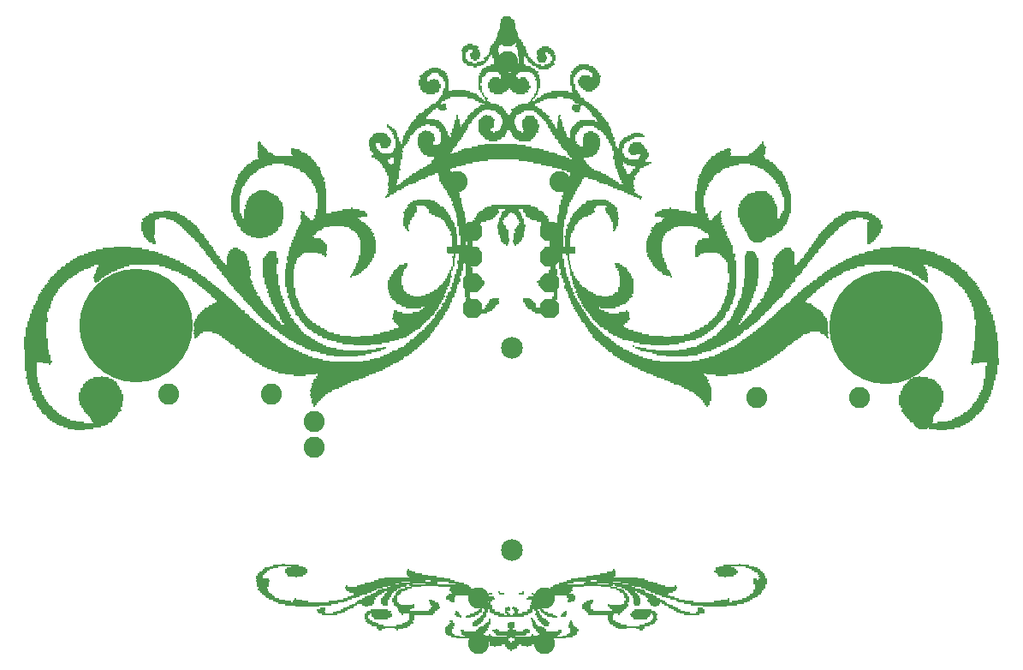
<source format=gts>
G75*
%MOIN*%
%OFA0B0*%
%FSLAX25Y25*%
%IPPOS*%
%LPD*%
%AMOC8*
5,1,8,0,0,1.08239X$1,22.5*
%
%ADD10C,0.08477*%
%ADD11C,0.08200*%
%ADD12OC8,0.07600*%
%ADD13R,0.00540X0.00541*%
%ADD14R,0.02700X0.00540*%
%ADD15R,0.04320X0.00541*%
%ADD16R,0.01080X0.00540*%
%ADD17R,0.04860X0.00540*%
%ADD18R,0.01080X0.00540*%
%ADD19R,0.04870X0.00541*%
%ADD20R,0.05400X0.00541*%
%ADD21R,0.04330X0.00541*%
%ADD22R,0.17300X0.00540*%
%ADD23R,0.08110X0.00541*%
%ADD24R,0.08650X0.00541*%
%ADD25R,0.09730X0.00541*%
%ADD26R,0.09190X0.00541*%
%ADD27R,0.10270X0.00540*%
%ADD28R,0.09730X0.00540*%
%ADD29R,0.10810X0.00541*%
%ADD30R,0.03780X0.00540*%
%ADD31R,0.04870X0.00540*%
%ADD32R,0.03240X0.00540*%
%ADD33R,0.02700X0.00540*%
%ADD34R,0.04320X0.00540*%
%ADD35R,0.02710X0.00541*%
%ADD36R,0.07030X0.00541*%
%ADD37R,0.01080X0.00541*%
%ADD38R,0.11360X0.00541*%
%ADD39R,0.01080X0.00541*%
%ADD40R,0.07030X0.00541*%
%ADD41R,0.03240X0.00541*%
%ADD42R,0.02710X0.00540*%
%ADD43R,0.08650X0.00540*%
%ADD44R,0.12440X0.00540*%
%ADD45R,0.08110X0.00540*%
%ADD46R,0.03250X0.00540*%
%ADD47R,0.02710X0.00541*%
%ADD48R,0.14060X0.00541*%
%ADD49R,0.02710X0.00540*%
%ADD50R,0.01620X0.00540*%
%ADD51R,0.04320X0.00540*%
%ADD52R,0.01620X0.00540*%
%ADD53R,0.01620X0.00541*%
%ADD54R,0.00550X0.00541*%
%ADD55R,0.04320X0.00541*%
%ADD56R,0.01080X0.00541*%
%ADD57R,0.01630X0.00541*%
%ADD58R,0.03250X0.00541*%
%ADD59R,0.01620X0.00541*%
%ADD60R,0.03240X0.00540*%
%ADD61R,0.11890X0.00541*%
%ADD62R,0.02710X0.00541*%
%ADD63R,0.03780X0.00541*%
%ADD64R,0.02700X0.00541*%
%ADD65R,0.03780X0.00541*%
%ADD66R,0.11350X0.00541*%
%ADD67R,0.04860X0.00540*%
%ADD68R,0.05410X0.00540*%
%ADD69R,0.02710X0.00540*%
%ADD70R,0.02170X0.00540*%
%ADD71R,0.02160X0.00540*%
%ADD72R,0.02160X0.00540*%
%ADD73R,0.05400X0.00540*%
%ADD74R,0.04320X0.00540*%
%ADD75R,0.03250X0.00541*%
%ADD76R,0.02160X0.00541*%
%ADD77R,0.01620X0.00541*%
%ADD78R,0.03240X0.00541*%
%ADD79R,0.02710X0.00540*%
%ADD80R,0.01620X0.00540*%
%ADD81R,0.03240X0.00540*%
%ADD82R,0.01080X0.00540*%
%ADD83R,0.01620X0.00540*%
%ADD84R,0.01620X0.00541*%
%ADD85R,0.02170X0.00541*%
%ADD86R,0.05400X0.00540*%
%ADD87R,0.02160X0.00540*%
%ADD88R,0.00540X0.00540*%
%ADD89R,0.01630X0.00540*%
%ADD90R,0.07020X0.00541*%
%ADD91R,0.02160X0.00541*%
%ADD92R,0.00540X0.00541*%
%ADD93R,0.06480X0.00541*%
%ADD94R,0.01630X0.00541*%
%ADD95R,0.08100X0.00540*%
%ADD96R,0.03790X0.00540*%
%ADD97R,0.10270X0.00540*%
%ADD98R,0.07560X0.00540*%
%ADD99R,0.06480X0.00541*%
%ADD100R,0.08100X0.00541*%
%ADD101R,0.09730X0.00541*%
%ADD102R,0.02160X0.00541*%
%ADD103R,0.05950X0.00541*%
%ADD104R,0.03790X0.00541*%
%ADD105R,0.10270X0.00541*%
%ADD106R,0.00540X0.00541*%
%ADD107R,0.02170X0.00541*%
%ADD108R,0.13510X0.00540*%
%ADD109R,0.02160X0.00540*%
%ADD110R,0.12970X0.00540*%
%ADD111R,0.09190X0.00541*%
%ADD112R,0.14050X0.00541*%
%ADD113R,0.02160X0.00541*%
%ADD114R,0.07030X0.00540*%
%ADD115R,0.03780X0.00540*%
%ADD116R,0.07020X0.00540*%
%ADD117R,0.02710X0.00541*%
%ADD118R,0.03240X0.00541*%
%ADD119R,0.01080X0.00541*%
%ADD120R,0.03240X0.00541*%
%ADD121R,0.04860X0.00541*%
%ADD122R,0.05940X0.00541*%
%ADD123R,0.02700X0.00541*%
%ADD124R,0.07030X0.00540*%
%ADD125R,0.07020X0.00540*%
%ADD126R,0.07570X0.00541*%
%ADD127R,0.08110X0.00541*%
%ADD128R,0.17840X0.00541*%
%ADD129R,0.04330X0.00541*%
%ADD130R,0.04320X0.00541*%
%ADD131R,0.03790X0.00541*%
%ADD132R,0.23240X0.00540*%
%ADD133R,0.07570X0.00540*%
%ADD134R,0.02170X0.00540*%
%ADD135R,0.00540X0.00540*%
%ADD136R,0.04330X0.00540*%
%ADD137R,0.06490X0.00541*%
%ADD138R,0.05940X0.00541*%
%ADD139R,0.07030X0.00541*%
%ADD140R,0.02170X0.00541*%
%ADD141R,0.07030X0.00541*%
%ADD142R,0.04330X0.00540*%
%ADD143R,0.05950X0.00540*%
%ADD144R,0.01090X0.00541*%
%ADD145R,0.05410X0.00541*%
%ADD146R,0.02170X0.00541*%
%ADD147R,0.01630X0.00541*%
%ADD148R,0.04870X0.00541*%
%ADD149R,0.03790X0.00541*%
%ADD150R,0.03790X0.00540*%
%ADD151R,0.04330X0.00540*%
%ADD152R,0.01630X0.00540*%
%ADD153R,0.03250X0.00540*%
%ADD154R,0.03780X0.00540*%
%ADD155R,0.02170X0.00540*%
%ADD156R,0.04330X0.00540*%
%ADD157R,0.03240X0.00540*%
%ADD158R,0.01630X0.00541*%
%ADD159R,0.05410X0.00541*%
%ADD160R,0.12980X0.00540*%
%ADD161R,0.12430X0.00540*%
%ADD162R,0.03780X0.00541*%
%ADD163R,0.02170X0.00540*%
%ADD164R,0.10810X0.00540*%
%ADD165R,0.01090X0.00540*%
%ADD166R,0.03790X0.00540*%
%ADD167R,0.10810X0.00541*%
%ADD168R,0.07560X0.00541*%
%ADD169R,0.10270X0.00541*%
%ADD170R,0.10270X0.00541*%
%ADD171R,0.12440X0.00541*%
%ADD172R,0.12430X0.00541*%
%ADD173R,0.14600X0.00540*%
%ADD174R,0.05410X0.00540*%
%ADD175R,0.14050X0.00540*%
%ADD176R,0.04870X0.00541*%
%ADD177R,0.01090X0.00541*%
%ADD178R,0.12430X0.00541*%
%ADD179R,0.11890X0.00541*%
%ADD180R,0.04870X0.00540*%
%ADD181R,0.18380X0.00540*%
%ADD182R,0.22700X0.00540*%
%ADD183R,0.18380X0.00540*%
%ADD184R,0.04870X0.00541*%
%ADD185R,0.11890X0.00541*%
%ADD186R,0.05400X0.00541*%
%ADD187R,0.04860X0.00541*%
%ADD188R,0.10810X0.00540*%
%ADD189R,0.12970X0.00540*%
%ADD190R,0.05410X0.00541*%
%ADD191R,0.20000X0.00541*%
%ADD192R,0.09190X0.00541*%
%ADD193R,0.05410X0.00541*%
%ADD194R,0.28110X0.00540*%
%ADD195R,0.28650X0.00540*%
%ADD196R,0.01630X0.00540*%
%ADD197R,0.23780X0.00541*%
%ADD198R,0.23240X0.00541*%
%ADD199R,0.05950X0.00541*%
%ADD200R,0.07570X0.00540*%
%ADD201R,0.06490X0.00540*%
%ADD202R,0.05950X0.00540*%
%ADD203R,0.07570X0.00540*%
%ADD204R,0.08650X0.00540*%
%ADD205R,0.00540X0.00540*%
%ADD206R,0.08110X0.00540*%
%ADD207R,0.07570X0.00541*%
%ADD208R,0.07570X0.00541*%
%ADD209R,0.10270X0.00541*%
%ADD210R,0.14590X0.00541*%
%ADD211R,0.14590X0.00541*%
%ADD212R,0.17840X0.00540*%
%ADD213R,0.19460X0.00541*%
%ADD214R,0.11350X0.00540*%
%ADD215R,0.06480X0.00540*%
%ADD216R,0.06480X0.00540*%
%ADD217R,0.11890X0.00540*%
%ADD218R,0.07020X0.00540*%
%ADD219R,0.09730X0.00541*%
%ADD220R,0.09730X0.00541*%
%ADD221R,0.06480X0.00540*%
%ADD222R,0.11360X0.00540*%
%ADD223R,0.11350X0.00540*%
%ADD224R,0.05940X0.00541*%
%ADD225R,0.12440X0.00541*%
%ADD226R,0.12430X0.00541*%
%ADD227R,0.05940X0.00540*%
%ADD228R,0.12980X0.00540*%
%ADD229R,0.05940X0.00540*%
%ADD230R,0.14060X0.00541*%
%ADD231R,0.15140X0.00541*%
%ADD232R,0.15680X0.00540*%
%ADD233R,0.15680X0.00540*%
%ADD234R,0.16220X0.00541*%
%ADD235R,0.16220X0.00541*%
%ADD236R,0.04860X0.00541*%
%ADD237R,0.16760X0.00540*%
%ADD238R,0.16760X0.00540*%
%ADD239R,0.16760X0.00541*%
%ADD240R,0.16760X0.00541*%
%ADD241R,0.17300X0.00541*%
%ADD242R,0.17300X0.00541*%
%ADD243R,0.04330X0.00541*%
%ADD244R,0.04330X0.00541*%
%ADD245R,0.16760X0.00541*%
%ADD246R,0.04870X0.00540*%
%ADD247R,0.16220X0.00540*%
%ADD248R,0.16760X0.00540*%
%ADD249R,0.15680X0.00541*%
%ADD250R,0.09730X0.00540*%
%ADD251R,0.14600X0.00541*%
%ADD252R,0.14060X0.00540*%
%ADD253R,0.11890X0.00540*%
%ADD254R,0.13520X0.00541*%
%ADD255R,0.12970X0.00541*%
%ADD256R,0.12980X0.00541*%
%ADD257R,0.11900X0.00540*%
%ADD258R,0.15140X0.00540*%
%ADD259R,0.15140X0.00540*%
%ADD260R,0.11360X0.00540*%
%ADD261R,0.10280X0.00541*%
%ADD262R,0.16220X0.00541*%
%ADD263R,0.16220X0.00541*%
%ADD264R,0.08640X0.00540*%
%ADD265R,0.05940X0.00541*%
%ADD266R,0.18380X0.00541*%
%ADD267R,0.19460X0.00540*%
%ADD268R,0.04320X0.00541*%
%ADD269R,0.21630X0.00540*%
%ADD270R,0.21080X0.00540*%
%ADD271R,0.37840X0.00541*%
%ADD272R,0.41080X0.00540*%
%ADD273R,0.40540X0.00540*%
%ADD274R,0.43240X0.00541*%
%ADD275R,0.45950X0.00540*%
%ADD276R,0.45400X0.00540*%
%ADD277R,0.04870X0.00540*%
%ADD278R,0.48110X0.00541*%
%ADD279R,0.50270X0.00541*%
%ADD280R,0.50270X0.00541*%
%ADD281R,0.00540X0.00540*%
%ADD282R,0.52430X0.00540*%
%ADD283R,0.51890X0.00540*%
%ADD284R,0.01080X0.00540*%
%ADD285R,0.54050X0.00541*%
%ADD286R,0.54060X0.00541*%
%ADD287R,0.29190X0.00540*%
%ADD288R,0.29190X0.00540*%
%ADD289R,0.27570X0.00541*%
%ADD290R,0.11900X0.00541*%
%ADD291R,0.26480X0.00540*%
%ADD292R,0.25950X0.00540*%
%ADD293R,0.24860X0.00541*%
%ADD294R,0.25400X0.00541*%
%ADD295R,0.24320X0.00540*%
%ADD296R,0.09190X0.00540*%
%ADD297R,0.23780X0.00540*%
%ADD298R,0.23780X0.00541*%
%ADD299R,0.15670X0.00541*%
%ADD300R,0.16210X0.00541*%
%ADD301R,0.23780X0.00541*%
%ADD302R,0.23250X0.00540*%
%ADD303R,0.20000X0.00540*%
%ADD304R,0.19460X0.00540*%
%ADD305R,0.22710X0.00541*%
%ADD306R,0.23790X0.00541*%
%ADD307R,0.08110X0.00541*%
%ADD308R,0.23250X0.00541*%
%ADD309R,0.22700X0.00541*%
%ADD310R,0.22170X0.00540*%
%ADD311R,0.07560X0.00540*%
%ADD312R,0.22170X0.00540*%
%ADD313R,0.21620X0.00541*%
%ADD314R,0.11350X0.00541*%
%ADD315R,0.03780X0.00541*%
%ADD316R,0.07560X0.00541*%
%ADD317R,0.22170X0.00541*%
%ADD318R,0.21620X0.00541*%
%ADD319R,0.07020X0.00541*%
%ADD320R,0.21620X0.00541*%
%ADD321R,0.21080X0.00540*%
%ADD322R,0.21080X0.00541*%
%ADD323R,0.07570X0.00541*%
%ADD324R,0.21080X0.00541*%
%ADD325R,0.06490X0.00540*%
%ADD326R,0.06490X0.00540*%
%ADD327R,0.21080X0.00541*%
%ADD328R,0.20540X0.00541*%
%ADD329R,0.06490X0.00541*%
%ADD330R,0.20000X0.00541*%
%ADD331R,0.09190X0.00540*%
%ADD332R,0.20540X0.00540*%
%ADD333R,0.09190X0.00540*%
%ADD334R,0.24860X0.00540*%
%ADD335R,0.24320X0.00540*%
%ADD336R,0.21080X0.00541*%
%ADD337R,0.28110X0.00541*%
%ADD338R,0.28650X0.00541*%
%ADD339R,0.09190X0.00541*%
%ADD340R,0.20540X0.00540*%
%ADD341R,0.31350X0.00540*%
%ADD342R,0.30810X0.00540*%
%ADD343R,0.20540X0.00540*%
%ADD344R,0.20540X0.00541*%
%ADD345R,0.17840X0.00541*%
%ADD346R,0.08650X0.00541*%
%ADD347R,0.05410X0.00540*%
%ADD348R,0.21090X0.00541*%
%ADD349R,0.12430X0.00541*%
%ADD350R,0.22170X0.00541*%
%ADD351R,0.06490X0.00541*%
%ADD352R,0.28640X0.00540*%
%ADD353R,0.08110X0.00540*%
%ADD354R,0.27560X0.00541*%
%ADD355R,0.27020X0.00540*%
%ADD356R,0.26480X0.00541*%
%ADD357R,0.10810X0.00541*%
%ADD358R,0.08640X0.00541*%
%ADD359R,0.26480X0.00541*%
%ADD360R,0.08110X0.00541*%
%ADD361R,0.25940X0.00540*%
%ADD362R,0.25400X0.00540*%
%ADD363R,0.07570X0.00540*%
%ADD364R,0.10820X0.00541*%
%ADD365R,0.24860X0.00541*%
%ADD366R,0.23240X0.00541*%
%ADD367R,0.12980X0.00541*%
%ADD368R,0.13520X0.00540*%
%ADD369R,0.14060X0.00540*%
%ADD370R,0.14600X0.00541*%
%ADD371R,0.22160X0.00541*%
%ADD372R,0.07030X0.00540*%
%ADD373R,0.21080X0.00540*%
%ADD374R,0.15140X0.00540*%
%ADD375R,0.03780X0.00540*%
%ADD376R,0.04320X0.00540*%
%ADD377R,0.05410X0.00540*%
%ADD378R,0.21080X0.00540*%
%ADD379R,0.15680X0.00541*%
%ADD380R,0.19460X0.00541*%
%ADD381R,0.18920X0.00541*%
%ADD382R,0.18920X0.00541*%
%ADD383R,0.17300X0.00540*%
%ADD384R,0.03790X0.00540*%
%ADD385R,0.04860X0.00540*%
%ADD386R,0.17840X0.00540*%
%ADD387R,0.07030X0.00540*%
%ADD388R,0.06490X0.00541*%
%ADD389R,0.15130X0.00540*%
%ADD390R,0.14050X0.00541*%
%ADD391R,0.08640X0.00541*%
%ADD392R,0.03790X0.00541*%
%ADD393R,0.15670X0.00540*%
%ADD394R,0.06480X0.00541*%
%ADD395R,0.17290X0.00541*%
%ADD396R,0.06480X0.00541*%
%ADD397R,0.04860X0.00540*%
%ADD398R,0.07020X0.00541*%
%ADD399R,0.18920X0.00541*%
%ADD400R,0.19460X0.00541*%
%ADD401R,0.20540X0.00541*%
%ADD402R,0.04860X0.00541*%
%ADD403R,0.09180X0.00541*%
%ADD404R,0.06480X0.00540*%
%ADD405R,0.06490X0.00540*%
%ADD406R,0.08110X0.00540*%
%ADD407R,0.12430X0.00540*%
%ADD408R,0.10810X0.00540*%
%ADD409R,0.12980X0.00540*%
%ADD410R,0.13510X0.00540*%
%ADD411R,0.12430X0.00540*%
%ADD412R,0.11890X0.00540*%
%ADD413R,0.45940X0.00541*%
%ADD414R,0.43780X0.00541*%
%ADD415R,0.44320X0.00541*%
%ADD416R,0.42700X0.00540*%
%ADD417R,0.42160X0.00540*%
%ADD418R,0.40000X0.00541*%
%ADD419R,0.40540X0.00541*%
%ADD420R,0.37840X0.00540*%
%ADD421R,0.38380X0.00540*%
%ADD422R,0.36220X0.00541*%
%ADD423R,0.36220X0.00541*%
%ADD424R,0.34060X0.00540*%
%ADD425R,0.34060X0.00540*%
%ADD426R,0.30810X0.00541*%
%ADD427R,0.30820X0.00541*%
%ADD428R,0.27570X0.00540*%
%ADD429R,0.27560X0.00540*%
%ADD430R,0.24860X0.00541*%
%ADD431R,0.15140X0.00541*%
%ADD432R,0.15140X0.00541*%
%ADD433R,0.15680X0.00541*%
%ADD434R,0.14060X0.00541*%
%ADD435R,0.13520X0.00541*%
%ADD436R,0.13520X0.00540*%
%ADD437R,0.10820X0.00541*%
%ADD438R,0.07560X0.00540*%
%ADD439R,0.07020X0.00541*%
%ADD440R,0.09190X0.00540*%
%ADD441R,0.14060X0.00541*%
%ADD442R,0.11890X0.00541*%
%ADD443R,0.26480X0.00540*%
%ADD444R,0.25400X0.00541*%
%ADD445R,0.25940X0.00541*%
%ADD446R,0.24860X0.00540*%
%ADD447R,0.18380X0.00541*%
%ADD448R,0.18920X0.00540*%
%ADD449R,0.17840X0.00540*%
%ADD450R,0.18920X0.00540*%
%ADD451R,0.15670X0.00541*%
%ADD452R,0.15130X0.00541*%
%ADD453R,0.15670X0.00540*%
%ADD454R,0.15130X0.00540*%
%ADD455R,0.13510X0.00541*%
%ADD456R,0.15670X0.00541*%
%ADD457R,0.07560X0.00541*%
%ADD458R,0.08100X0.00541*%
%ADD459R,0.15670X0.00540*%
%ADD460R,0.20000X0.00540*%
%ADD461R,0.08100X0.00540*%
%ADD462R,0.15670X0.00540*%
%ADD463R,0.11890X0.00540*%
%ADD464R,0.07020X0.00540*%
%ADD465R,0.15130X0.00541*%
%ADD466R,0.14590X0.00540*%
%ADD467R,0.10810X0.00541*%
%ADD468R,0.13510X0.00541*%
%ADD469R,0.13510X0.00540*%
%ADD470R,0.12430X0.00540*%
%ADD471R,0.12970X0.00541*%
%ADD472R,0.18380X0.00541*%
%ADD473R,0.12970X0.00541*%
%ADD474R,0.25400X0.00540*%
%ADD475R,0.16210X0.00540*%
%ADD476R,0.20540X0.00540*%
%ADD477R,0.25940X0.00540*%
%ADD478R,0.24320X0.00541*%
%ADD479R,0.22700X0.00541*%
%ADD480R,0.25410X0.00541*%
%ADD481R,0.23240X0.00541*%
%ADD482R,0.52970X0.00540*%
%ADD483R,0.21620X0.00540*%
%ADD484R,0.51350X0.00541*%
%ADD485R,0.52430X0.00540*%
%ADD486R,0.51890X0.00541*%
%ADD487R,0.39460X0.00540*%
%ADD488R,0.35670X0.00541*%
%ADD489R,0.31890X0.00540*%
%ADD490R,0.12980X0.00541*%
%ADD491R,0.29190X0.00541*%
%ADD492R,0.23790X0.00540*%
%ADD493R,0.14590X0.00540*%
%ADD494R,0.18920X0.00541*%
%ADD495R,0.09730X0.00540*%
%ADD496R,0.13520X0.00541*%
%ADD497R,0.16220X0.00540*%
%ADD498R,0.08640X0.00541*%
%ADD499R,0.08640X0.00540*%
%ADD500C,0.44170*%
D10*
X0204961Y0063543D03*
X0204961Y0142283D03*
D11*
X0127913Y0113465D03*
X0127913Y0103465D03*
X0111339Y0124016D03*
X0071339Y0124016D03*
X0044567Y0125984D03*
X0044567Y0115984D03*
X0107795Y0189370D03*
X0107795Y0199370D03*
X0183622Y0206693D03*
X0223622Y0206693D03*
X0203110Y0253543D03*
X0203110Y0263543D03*
X0300433Y0197205D03*
X0300433Y0187205D03*
X0364803Y0124370D03*
X0364803Y0114370D03*
X0340197Y0122874D03*
X0300197Y0122874D03*
X0217524Y0044924D03*
X0217524Y0027124D03*
X0191924Y0027124D03*
X0191924Y0044924D03*
D12*
X0189606Y0157598D03*
X0189606Y0167598D03*
X0189606Y0177598D03*
X0189606Y0187598D03*
X0219606Y0187598D03*
X0219606Y0177598D03*
X0219606Y0167598D03*
X0219606Y0157598D03*
D13*
X0227160Y0174730D03*
X0227160Y0175270D03*
X0244460Y0187702D03*
X0266620Y0196352D03*
X0286080Y0195270D03*
X0206080Y0182298D03*
X0202840Y0182298D03*
X0164460Y0187702D03*
X0122840Y0195270D03*
X0042840Y0167702D03*
X0166620Y0042298D03*
X0204460Y0024459D03*
D14*
X0204460Y0025000D03*
X0204460Y0034189D03*
X0196350Y0045000D03*
X0212570Y0045000D03*
X0243920Y0035811D03*
X0253110Y0045000D03*
X0301760Y0054189D03*
X0227160Y0165000D03*
X0246620Y0174189D03*
X0207160Y0194189D03*
X0202300Y0194189D03*
X0185000Y0175811D03*
X0178510Y0225000D03*
X0164460Y0225000D03*
X0198510Y0255811D03*
X0106620Y0185000D03*
X0107160Y0054189D03*
X0155810Y0045000D03*
X0302300Y0185000D03*
X0312030Y0195811D03*
D15*
X0345270Y0185541D03*
X0285270Y0153648D03*
X0207430Y0185541D03*
X0164730Y0193648D03*
X0162570Y0205541D03*
X0216620Y0254730D03*
X0216620Y0255270D03*
X0122570Y0155270D03*
X0116080Y0155270D03*
X0087430Y0179595D03*
X0085270Y0182298D03*
X0173380Y0150405D03*
X0036620Y0110405D03*
X0204730Y0025541D03*
X0245270Y0034730D03*
X0296620Y0044459D03*
D16*
X0209050Y0047162D03*
X0195540Y0046081D03*
X0198240Y0026081D03*
X0120950Y0053108D03*
X0081490Y0146081D03*
X0132300Y0177973D03*
X0180950Y0172027D03*
X0181490Y0173108D03*
X0226890Y0176892D03*
X0226890Y0177973D03*
X0255000Y0200135D03*
X0266890Y0169865D03*
X0223110Y0232027D03*
X0212840Y0239054D03*
X0214460Y0241216D03*
X0215000Y0242838D03*
X0183650Y0232027D03*
X0363650Y0130946D03*
D17*
X0386620Y0120135D03*
X0386080Y0119054D03*
X0324460Y0182838D03*
X0345540Y0186081D03*
X0345540Y0192027D03*
X0297430Y0166081D03*
X0296890Y0163919D03*
X0295810Y0161216D03*
X0295270Y0159054D03*
X0294730Y0157973D03*
X0294190Y0156892D03*
X0236890Y0148784D03*
X0186620Y0176892D03*
X0187160Y0183919D03*
X0163920Y0206081D03*
X0194190Y0227162D03*
X0203380Y0229865D03*
X0203380Y0230946D03*
X0233110Y0236892D03*
X0234730Y0242838D03*
X0253110Y0221216D03*
X0227160Y0202838D03*
X0226620Y0201216D03*
X0202840Y0269865D03*
X0086080Y0181216D03*
X0083920Y0183919D03*
X0063380Y0187162D03*
X0112570Y0162838D03*
X0113110Y0161216D03*
X0114190Y0159054D03*
X0114730Y0157973D03*
X0115270Y0156892D03*
X0117430Y0153108D03*
X0126620Y0150946D03*
X0114190Y0043919D03*
X0162840Y0040135D03*
X0194730Y0041216D03*
X0204460Y0026081D03*
X0214190Y0041216D03*
X0246080Y0040135D03*
X0295270Y0043919D03*
D18*
X0287970Y0053108D03*
X0293380Y0057973D03*
X0213380Y0046081D03*
X0193920Y0043919D03*
X0210680Y0026081D03*
X0045270Y0130946D03*
X0182030Y0176892D03*
X0182570Y0177973D03*
X0227430Y0173108D03*
X0227970Y0172027D03*
X0213920Y0240135D03*
X0193920Y0240135D03*
X0193380Y0241216D03*
D19*
X0217975Y0258513D03*
X0158515Y0209324D03*
X0111485Y0166621D03*
X0118515Y0151486D03*
X0171485Y0148243D03*
X0218515Y0188243D03*
X0229865Y0192567D03*
X0249865Y0206621D03*
X0289325Y0177432D03*
X0297975Y0177432D03*
X0291485Y0152567D03*
X0249325Y0169324D03*
X0308785Y0208243D03*
X0309865Y0206621D03*
X0301215Y0218513D03*
X0391485Y0132567D03*
X0388785Y0123378D03*
X0198515Y0026621D03*
X0021215Y0121756D03*
X0018515Y0128243D03*
X0100135Y0208243D03*
D20*
X0063110Y0189324D03*
X0063110Y0188243D03*
X0113380Y0160675D03*
X0164730Y0206621D03*
X0184190Y0226621D03*
X0203650Y0231486D03*
X0203110Y0269324D03*
X0253380Y0220675D03*
X0236080Y0157432D03*
X0296620Y0151486D03*
X0345810Y0188243D03*
X0385810Y0118513D03*
X0384730Y0117432D03*
X0263110Y0046621D03*
X0223110Y0029324D03*
X0214460Y0041756D03*
X0204730Y0026621D03*
X0185810Y0029324D03*
X0194460Y0041756D03*
X0163110Y0040675D03*
X0145810Y0046621D03*
X0023650Y0118513D03*
D21*
X0087975Y0178513D03*
X0111215Y0178513D03*
X0130675Y0203378D03*
X0107975Y0218513D03*
X0099325Y0206621D03*
X0158785Y0208243D03*
X0179325Y0192567D03*
X0190675Y0188243D03*
X0201485Y0186621D03*
X0207975Y0188243D03*
X0191215Y0157432D03*
X0247975Y0172567D03*
X0248515Y0171486D03*
X0287975Y0218513D03*
X0241485Y0226621D03*
X0230675Y0228243D03*
X0201485Y0249324D03*
X0170135Y0232567D03*
X0390675Y0129324D03*
X0390675Y0128243D03*
X0390135Y0126621D03*
X0391215Y0131486D03*
X0387975Y0121756D03*
X0301485Y0049324D03*
X0241485Y0049324D03*
X0210675Y0026621D03*
X0199865Y0038513D03*
X0107975Y0048243D03*
D22*
X0044730Y0122838D03*
X0044730Y0123919D03*
X0106350Y0189865D03*
X0136620Y0129865D03*
X0204730Y0027162D03*
X0364190Y0121216D03*
X0364190Y0122838D03*
X0371760Y0112027D03*
D23*
X0308785Y0165541D03*
X0310945Y0176352D03*
X0378515Y0170405D03*
X0248245Y0204459D03*
X0240135Y0207702D03*
X0218515Y0167702D03*
X0172565Y0245541D03*
X0101215Y0164459D03*
X0093105Y0159595D03*
X0030405Y0170405D03*
X0019595Y0147702D03*
X0168245Y0053648D03*
X0200135Y0027702D03*
D24*
X0209055Y0027702D03*
X0240945Y0053648D03*
X0256085Y0039595D03*
X0288515Y0054730D03*
X0363105Y0114730D03*
X0378785Y0113648D03*
X0389595Y0145541D03*
X0389595Y0147702D03*
X0310675Y0174730D03*
X0310675Y0175270D03*
X0283645Y0187702D03*
X0253915Y0213648D03*
X0209595Y0224459D03*
X0197705Y0224459D03*
X0172835Y0244459D03*
X0153375Y0222298D03*
X0098245Y0175270D03*
X0098245Y0174730D03*
X0160405Y0139595D03*
X0162025Y0162298D03*
X0130675Y0125541D03*
X0045815Y0114730D03*
X0120945Y0055270D03*
X0120945Y0054730D03*
X0248515Y0139595D03*
X0278245Y0125541D03*
D25*
X0282565Y0143378D03*
X0287975Y0146621D03*
X0290135Y0148243D03*
X0310675Y0169324D03*
X0264725Y0189324D03*
X0144185Y0189324D03*
X0098785Y0168243D03*
X0118785Y0148243D03*
X0033375Y0172567D03*
X0019865Y0140675D03*
X0125275Y0041756D03*
X0185275Y0048243D03*
X0198785Y0028243D03*
D26*
X0189865Y0031486D03*
X0210405Y0028243D03*
X0219595Y0031486D03*
X0230945Y0051486D03*
X0283915Y0041756D03*
X0245545Y0149324D03*
X0310405Y0168243D03*
X0377435Y0171486D03*
X0126085Y0188243D03*
X0121215Y0146621D03*
X0019595Y0143378D03*
X0019595Y0141756D03*
D27*
X0020135Y0139054D03*
X0020135Y0137973D03*
X0097975Y0169865D03*
X0126625Y0188784D03*
X0197975Y0249865D03*
X0209325Y0249865D03*
X0301215Y0201216D03*
X0292025Y0149865D03*
X0247165Y0148784D03*
X0374725Y0173108D03*
X0389325Y0140135D03*
X0389325Y0139054D03*
X0372025Y0110946D03*
X0222835Y0047162D03*
X0198515Y0028784D03*
D28*
X0210675Y0028784D03*
X0256085Y0039054D03*
X0152835Y0039054D03*
X0131215Y0126081D03*
X0127975Y0142838D03*
X0092835Y0159054D03*
X0047975Y0173108D03*
X0019865Y0141216D03*
X0019865Y0140135D03*
X0165275Y0150946D03*
X0281485Y0142838D03*
X0287435Y0146081D03*
X0290675Y0148784D03*
X0310675Y0168784D03*
X0311215Y0169865D03*
X0302565Y0186081D03*
D29*
X0302565Y0186621D03*
X0300945Y0200675D03*
X0243645Y0151486D03*
X0278245Y0141756D03*
X0277165Y0126621D03*
X0186895Y0046621D03*
X0198785Y0029324D03*
X0210135Y0029324D03*
X0132295Y0126621D03*
X0106355Y0186621D03*
X0183105Y0241756D03*
X0231755Y0217432D03*
X0389055Y0137432D03*
D30*
X0107700Y0048784D03*
X0136890Y0039054D03*
X0145000Y0046081D03*
X0153650Y0047162D03*
X0174190Y0040135D03*
X0182840Y0029865D03*
X0193650Y0033108D03*
X0204460Y0029865D03*
X0234190Y0152027D03*
X0233650Y0153108D03*
X0247700Y0173108D03*
X0244460Y0193108D03*
X0225540Y0197973D03*
X0225000Y0196892D03*
X0207700Y0187162D03*
X0196350Y0157973D03*
X0164460Y0193108D03*
X0145000Y0172027D03*
X0124460Y0192027D03*
X0107700Y0219054D03*
X0173110Y0241216D03*
X0284460Y0192027D03*
X0287700Y0156892D03*
X0365000Y0169865D03*
D31*
X0391485Y0133108D03*
X0391485Y0132027D03*
X0297975Y0177973D03*
X0292025Y0153108D03*
X0280135Y0122838D03*
X0238515Y0147162D03*
X0249325Y0169865D03*
X0248785Y0170946D03*
X0249865Y0207162D03*
X0209865Y0222838D03*
X0200675Y0226081D03*
X0181215Y0203919D03*
X0178515Y0193108D03*
X0158515Y0209865D03*
X0129865Y0206081D03*
X0129325Y0207162D03*
X0100675Y0208784D03*
X0120135Y0177973D03*
X0117975Y0152027D03*
X0128785Y0122838D03*
X0172025Y0148784D03*
X0189325Y0168784D03*
X0231485Y0237973D03*
X0020675Y0122838D03*
X0121215Y0056892D03*
X0188785Y0029865D03*
X0220135Y0029865D03*
D32*
X0213920Y0042838D03*
X0204730Y0032027D03*
X0195540Y0029865D03*
X0174460Y0042838D03*
X0153920Y0033108D03*
X0233920Y0041216D03*
X0234460Y0042838D03*
X0247970Y0033108D03*
X0278240Y0039054D03*
X0287970Y0043919D03*
X0302570Y0052027D03*
X0175540Y0153108D03*
X0178240Y0156892D03*
X0178240Y0166081D03*
X0202030Y0183919D03*
X0206890Y0183919D03*
X0224190Y0193108D03*
X0227970Y0189865D03*
X0247970Y0209865D03*
X0247430Y0210946D03*
X0246890Y0212027D03*
X0256620Y0216892D03*
X0243110Y0223919D03*
X0216620Y0233108D03*
X0211760Y0232027D03*
X0205810Y0233108D03*
X0198240Y0252027D03*
X0192840Y0253108D03*
X0187970Y0253108D03*
X0198240Y0259054D03*
X0214460Y0252027D03*
X0216080Y0256892D03*
X0236620Y0249865D03*
X0178240Y0239054D03*
X0175540Y0236892D03*
X0174460Y0246081D03*
X0171760Y0248784D03*
X0165270Y0226081D03*
X0158240Y0206081D03*
X0158240Y0202838D03*
X0164190Y0192027D03*
X0184730Y0193108D03*
X0185270Y0192027D03*
X0185270Y0190946D03*
X0185270Y0189865D03*
X0118240Y0172027D03*
X0118240Y0170946D03*
X0118240Y0169865D03*
X0118240Y0168784D03*
X0118240Y0167162D03*
X0118240Y0166081D03*
X0098240Y0193108D03*
X0097160Y0196892D03*
X0097160Y0197973D03*
X0097160Y0199054D03*
X0097160Y0200135D03*
X0097160Y0201216D03*
X0265270Y0170946D03*
X0311760Y0201216D03*
X0302030Y0220135D03*
D33*
X0312030Y0200135D03*
X0312030Y0199054D03*
X0312030Y0197973D03*
X0312030Y0196892D03*
X0285000Y0193108D03*
X0253650Y0201216D03*
X0252030Y0209865D03*
X0253110Y0210946D03*
X0246620Y0213108D03*
X0245000Y0192027D03*
X0227700Y0188784D03*
X0227160Y0187162D03*
X0223380Y0187162D03*
X0223380Y0186081D03*
X0223380Y0188784D03*
X0223920Y0190946D03*
X0223920Y0192027D03*
X0224460Y0173108D03*
X0225000Y0170946D03*
X0226620Y0166081D03*
X0198510Y0161216D03*
X0188240Y0170946D03*
X0188240Y0172027D03*
X0188240Y0173108D03*
X0183380Y0168784D03*
X0182840Y0167162D03*
X0181760Y0163919D03*
X0185540Y0177973D03*
X0185540Y0186081D03*
X0185540Y0187162D03*
X0185540Y0188784D03*
X0182300Y0186081D03*
X0163920Y0190946D03*
X0143920Y0170946D03*
X0123920Y0193108D03*
X0107160Y0220135D03*
X0064460Y0183919D03*
X0043380Y0168784D03*
X0128240Y0121216D03*
X0106620Y0053108D03*
X0141760Y0041216D03*
X0155270Y0042838D03*
X0155270Y0043919D03*
X0156350Y0046081D03*
X0157430Y0047162D03*
X0164460Y0048784D03*
X0195270Y0042838D03*
X0198510Y0032027D03*
X0213650Y0029865D03*
X0227700Y0043919D03*
X0244460Y0048784D03*
X0251490Y0047162D03*
X0252570Y0046081D03*
X0253650Y0043919D03*
X0253650Y0042838D03*
X0267160Y0041216D03*
X0278510Y0040135D03*
X0302300Y0053108D03*
X0365540Y0168784D03*
X0344460Y0183919D03*
X0237430Y0248784D03*
X0217970Y0259054D03*
X0207700Y0260135D03*
X0203380Y0260135D03*
X0202840Y0270946D03*
X0186620Y0257973D03*
X0193650Y0248784D03*
X0198510Y0247162D03*
X0188240Y0230946D03*
X0187700Y0229865D03*
X0186620Y0228784D03*
X0183380Y0228784D03*
X0178510Y0226081D03*
X0177970Y0227162D03*
X0163920Y0223919D03*
X0163380Y0222838D03*
X0155270Y0220135D03*
X0174730Y0250946D03*
X0218510Y0230946D03*
D34*
X0206350Y0226081D03*
X0237700Y0233108D03*
X0245810Y0219054D03*
X0246350Y0216892D03*
X0226350Y0200135D03*
X0225810Y0199054D03*
X0183650Y0197973D03*
X0183110Y0200135D03*
X0155540Y0221216D03*
X0197700Y0256892D03*
X0217160Y0250946D03*
X0232840Y0252027D03*
X0323110Y0181216D03*
X0283650Y0152027D03*
X0264190Y0172027D03*
X0263110Y0173108D03*
X0212300Y0159054D03*
X0197700Y0160135D03*
X0197160Y0159054D03*
X0172840Y0149865D03*
X0145810Y0173108D03*
X0124190Y0153108D03*
X0097160Y0180135D03*
X0086890Y0180135D03*
X0063650Y0186081D03*
X0044190Y0169865D03*
X0017700Y0133108D03*
X0017700Y0132027D03*
X0017700Y0130946D03*
X0192840Y0032027D03*
X0215540Y0033108D03*
X0226350Y0029865D03*
X0226890Y0050946D03*
X0257700Y0046081D03*
X0272300Y0039054D03*
D35*
X0259055Y0035270D03*
X0248785Y0042298D03*
X0190945Y0034730D03*
X0181215Y0030405D03*
X0160135Y0042298D03*
X0130405Y0039595D03*
X0179595Y0159595D03*
X0179595Y0167702D03*
X0229865Y0167702D03*
X0290945Y0167702D03*
X0290945Y0170405D03*
X0228785Y0225541D03*
X0219055Y0230405D03*
X0229865Y0234730D03*
X0160135Y0215270D03*
X0160135Y0214730D03*
X0150945Y0219595D03*
X0070405Y0195270D03*
D36*
X0080675Y0170405D03*
X0102835Y0162298D03*
X0106625Y0185541D03*
X0127165Y0210405D03*
X0146625Y0187702D03*
X0180675Y0222298D03*
X0237435Y0156352D03*
X0277435Y0147702D03*
X0328785Y0170405D03*
X0301215Y0202298D03*
X0383375Y0165541D03*
X0189325Y0030405D03*
X0129865Y0124459D03*
X0132025Y0147702D03*
X0027165Y0115270D03*
X0020675Y0154730D03*
X0020675Y0155270D03*
X0021215Y0156352D03*
D37*
X0127970Y0119595D03*
X0182030Y0174730D03*
X0182030Y0175270D03*
X0182030Y0176352D03*
X0142570Y0196352D03*
X0213380Y0239595D03*
X0227430Y0173648D03*
X0302570Y0222298D03*
X0213380Y0045541D03*
X0202570Y0039595D03*
X0196080Y0036352D03*
X0196080Y0030405D03*
X0242570Y0042298D03*
D38*
X0204460Y0030405D03*
X0035270Y0173648D03*
D39*
X0106350Y0222298D03*
X0181490Y0173648D03*
X0226890Y0176352D03*
X0285810Y0194730D03*
X0215000Y0242298D03*
X0194460Y0239595D03*
X0192840Y0242298D03*
X0192300Y0244459D03*
X0280950Y0119595D03*
X0366350Y0167702D03*
X0289050Y0044459D03*
X0225810Y0039595D03*
X0212840Y0036352D03*
X0212840Y0030405D03*
X0195540Y0045541D03*
X0192840Y0042298D03*
X0183110Y0039595D03*
X0181490Y0035270D03*
D40*
X0219595Y0030405D03*
X0253105Y0047702D03*
X0279055Y0124459D03*
X0381755Y0115270D03*
X0388245Y0155270D03*
X0253105Y0224459D03*
X0228245Y0239595D03*
X0219055Y0239595D03*
X0210405Y0236352D03*
X0199595Y0242298D03*
X0173105Y0242298D03*
X0107705Y0202298D03*
X0027705Y0167702D03*
D41*
X0064190Y0184459D03*
X0097160Y0195270D03*
X0097160Y0196352D03*
X0097160Y0199595D03*
X0098240Y0204459D03*
X0107430Y0219595D03*
X0153380Y0225541D03*
X0164730Y0225541D03*
X0177160Y0227702D03*
X0173380Y0235270D03*
X0198240Y0259595D03*
X0207970Y0259595D03*
X0216080Y0256352D03*
X0233380Y0247702D03*
X0234460Y0236352D03*
X0216080Y0233648D03*
X0256080Y0216352D03*
X0224730Y0195270D03*
X0224730Y0194730D03*
X0224190Y0193648D03*
X0202570Y0194730D03*
X0202030Y0184459D03*
X0185270Y0190405D03*
X0184730Y0193648D03*
X0184730Y0194730D03*
X0184190Y0196352D03*
X0158240Y0205541D03*
X0162030Y0173648D03*
X0177160Y0155270D03*
X0176620Y0154730D03*
X0176080Y0153648D03*
X0118240Y0167702D03*
X0118240Y0170405D03*
X0246890Y0173648D03*
X0311760Y0194730D03*
X0311760Y0195270D03*
X0344730Y0184459D03*
X0385270Y0136352D03*
X0258240Y0034730D03*
X0233920Y0042298D03*
X0224730Y0050405D03*
X0216620Y0044459D03*
X0216620Y0036352D03*
X0227970Y0030405D03*
X0196620Y0044459D03*
X0164730Y0035270D03*
X0155540Y0044459D03*
X0138240Y0039595D03*
D42*
X0180675Y0030946D03*
X0269325Y0040135D03*
X0280675Y0121216D03*
X0229325Y0160135D03*
X0200675Y0189865D03*
D43*
X0170675Y0199054D03*
X0170675Y0209865D03*
X0153375Y0222838D03*
X0203105Y0262838D03*
X0238245Y0199054D03*
X0263645Y0188784D03*
X0284185Y0187162D03*
X0309595Y0167162D03*
X0309055Y0166081D03*
X0269055Y0139054D03*
X0283645Y0212027D03*
X0377705Y0170946D03*
X0389595Y0147162D03*
X0389595Y0146081D03*
X0364185Y0129865D03*
X0263105Y0047162D03*
X0224185Y0048784D03*
X0189595Y0030946D03*
X0145815Y0047162D03*
X0161485Y0140135D03*
X0133375Y0147162D03*
X0099325Y0167162D03*
X0031215Y0170946D03*
X0019325Y0146081D03*
D44*
X0155810Y0050946D03*
X0204460Y0030946D03*
X0243920Y0152027D03*
X0185540Y0181216D03*
X0183920Y0241216D03*
X0224460Y0241216D03*
D45*
X0233105Y0250946D03*
X0181215Y0223919D03*
X0170945Y0230946D03*
X0173105Y0243919D03*
X0100135Y0166081D03*
X0161215Y0162838D03*
X0247705Y0140135D03*
X0310945Y0176892D03*
X0219595Y0030946D03*
X0029865Y0169865D03*
X0019595Y0149865D03*
X0019595Y0148784D03*
X0019595Y0147162D03*
D46*
X0118785Y0163919D03*
X0119865Y0161216D03*
X0120405Y0159054D03*
X0120945Y0157973D03*
X0178785Y0157973D03*
X0179325Y0159054D03*
X0190135Y0157973D03*
X0220945Y0170946D03*
X0220945Y0172027D03*
X0230675Y0166081D03*
X0231215Y0156892D03*
X0219325Y0186081D03*
X0200945Y0188784D03*
X0191215Y0190946D03*
X0189595Y0186081D03*
X0181485Y0188784D03*
X0180945Y0189865D03*
X0180405Y0190946D03*
X0151215Y0219054D03*
X0120405Y0219054D03*
X0170135Y0246081D03*
X0189055Y0232027D03*
X0190135Y0233108D03*
X0201485Y0233108D03*
X0208515Y0252027D03*
X0208515Y0259054D03*
X0198785Y0260135D03*
X0219325Y0252027D03*
X0229595Y0227162D03*
X0249055Y0222838D03*
X0290675Y0173108D03*
X0290675Y0172027D03*
X0290675Y0167162D03*
X0290675Y0166081D03*
X0290135Y0163919D03*
X0290135Y0162838D03*
X0289595Y0161216D03*
X0289055Y0160135D03*
X0288515Y0159054D03*
X0299325Y0046081D03*
X0229055Y0032027D03*
X0228515Y0030946D03*
X0180405Y0033108D03*
X0160945Y0033108D03*
X0130675Y0040135D03*
X0121485Y0043919D03*
X0108515Y0047162D03*
D47*
X0180135Y0032567D03*
X0180135Y0031486D03*
X0228785Y0031486D03*
X0219595Y0158513D03*
X0228785Y0160675D03*
X0230405Y0166621D03*
X0221215Y0172567D03*
X0181215Y0163378D03*
X0180135Y0160675D03*
X0179055Y0158513D03*
X0181215Y0189324D03*
X0150405Y0220675D03*
X0150405Y0221756D03*
X0170405Y0246621D03*
X0190945Y0257432D03*
X0199055Y0260675D03*
X0220135Y0252567D03*
X0219595Y0229324D03*
X0220135Y0228243D03*
X0188785Y0231486D03*
X0119055Y0163378D03*
X0290945Y0168243D03*
X0290945Y0169324D03*
D48*
X0316620Y0157432D03*
X0234460Y0209324D03*
X0224190Y0240675D03*
X0125810Y0181756D03*
X0133920Y0128243D03*
X0045270Y0117432D03*
X0204730Y0031486D03*
D49*
X0210405Y0032027D03*
X0228785Y0033108D03*
X0180135Y0032027D03*
X0139595Y0040135D03*
X0130945Y0039054D03*
X0180135Y0160135D03*
X0181215Y0162838D03*
X0179055Y0167162D03*
X0210405Y0161216D03*
X0219055Y0157973D03*
X0220135Y0159054D03*
X0228785Y0161216D03*
X0229865Y0159054D03*
X0230405Y0157973D03*
X0229865Y0167162D03*
X0208785Y0189865D03*
X0228785Y0226081D03*
X0220135Y0228784D03*
X0229865Y0249865D03*
X0220135Y0256892D03*
X0190945Y0257973D03*
X0170405Y0247162D03*
X0150405Y0221216D03*
X0150945Y0220135D03*
X0119055Y0162838D03*
X0288785Y0219054D03*
X0290945Y0170946D03*
X0290945Y0169865D03*
X0290945Y0168784D03*
D50*
X0276890Y0177973D03*
X0245000Y0188784D03*
X0228240Y0170946D03*
X0221760Y0163919D03*
X0221760Y0162838D03*
X0188240Y0160135D03*
X0188240Y0177973D03*
X0156350Y0201216D03*
X0159050Y0226081D03*
X0178510Y0236892D03*
X0228240Y0246081D03*
X0228240Y0247162D03*
X0302300Y0221216D03*
X0327160Y0147162D03*
X0235810Y0043919D03*
X0225540Y0039054D03*
X0216350Y0040135D03*
X0214190Y0040135D03*
X0213110Y0043919D03*
X0202840Y0039054D03*
X0204460Y0033108D03*
X0194190Y0039054D03*
X0196350Y0043919D03*
X0185540Y0032027D03*
X0173110Y0043919D03*
X0148240Y0037973D03*
X0148240Y0036892D03*
X0115810Y0057973D03*
X0128240Y0120135D03*
X0065540Y0182838D03*
D51*
X0084730Y0182838D03*
X0087430Y0179054D03*
X0125270Y0152027D03*
X0173920Y0150946D03*
X0207430Y0186081D03*
X0182570Y0201216D03*
X0193920Y0237973D03*
X0213920Y0237973D03*
X0216620Y0239054D03*
X0284730Y0153108D03*
X0325270Y0183919D03*
X0236080Y0149865D03*
X0216080Y0032027D03*
D52*
X0214730Y0039054D03*
X0215270Y0043919D03*
X0206620Y0039054D03*
X0194730Y0040135D03*
X0192570Y0040135D03*
X0183380Y0039054D03*
X0223380Y0032027D03*
X0228780Y0169865D03*
X0208780Y0190946D03*
X0163920Y0188784D03*
X0183920Y0230946D03*
X0194730Y0239054D03*
X0192570Y0242838D03*
X0192570Y0243919D03*
X0192570Y0246081D03*
X0192570Y0247162D03*
X0186080Y0256892D03*
X0214730Y0247162D03*
X0215270Y0246081D03*
X0215270Y0243919D03*
X0228780Y0243919D03*
X0228780Y0242838D03*
X0223380Y0230946D03*
X0106620Y0221216D03*
X0343920Y0182838D03*
D53*
X0245000Y0189324D03*
X0228240Y0171486D03*
X0221760Y0163378D03*
X0187700Y0161756D03*
X0188240Y0177432D03*
X0188240Y0178513D03*
X0182300Y0177432D03*
X0156890Y0201756D03*
X0156890Y0228243D03*
X0214190Y0240675D03*
X0228240Y0246621D03*
X0244460Y0220675D03*
X0081760Y0146621D03*
X0196350Y0046621D03*
X0194190Y0043378D03*
X0194190Y0038513D03*
X0204460Y0032567D03*
X0213110Y0043378D03*
X0227160Y0043378D03*
X0181760Y0043378D03*
X0153650Y0032567D03*
X0148240Y0037432D03*
X0148240Y0041756D03*
D54*
X0160135Y0032567D03*
D55*
X0167430Y0049324D03*
X0193380Y0032567D03*
X0216080Y0032567D03*
X0236620Y0149324D03*
X0196620Y0158513D03*
X0207430Y0186621D03*
X0225270Y0197432D03*
X0182570Y0200675D03*
X0145270Y0172567D03*
X0124730Y0152567D03*
X0322570Y0180675D03*
D56*
X0327430Y0146621D03*
X0244730Y0188243D03*
X0227970Y0172567D03*
X0182570Y0178513D03*
X0171220Y0226621D03*
X0193380Y0240675D03*
X0302570Y0221756D03*
X0196080Y0043378D03*
X0198780Y0032567D03*
D57*
X0210405Y0032567D03*
X0179595Y0243378D03*
X0190405Y0251486D03*
D58*
X0208515Y0258513D03*
X0189595Y0232567D03*
X0171215Y0248243D03*
X0229055Y0226621D03*
X0208515Y0189324D03*
X0200945Y0189324D03*
X0220945Y0171486D03*
X0230135Y0158513D03*
X0230675Y0157432D03*
X0280945Y0121756D03*
X0289055Y0160675D03*
X0289595Y0161756D03*
X0290135Y0163378D03*
X0290675Y0166621D03*
X0290675Y0171486D03*
X0290675Y0172567D03*
X0311215Y0203378D03*
X0178785Y0166621D03*
X0128515Y0121756D03*
X0119865Y0160675D03*
X0119325Y0161756D03*
X0109055Y0046621D03*
X0190135Y0038513D03*
X0229055Y0032567D03*
D59*
X0215270Y0043378D03*
X0203380Y0038513D03*
X0248780Y0046621D03*
X0255270Y0032567D03*
X0221220Y0160675D03*
X0228780Y0169324D03*
X0226620Y0178513D03*
X0163920Y0189324D03*
X0106620Y0221756D03*
X0192570Y0243378D03*
X0192570Y0246621D03*
X0215270Y0243378D03*
X0228780Y0243378D03*
X0366080Y0168243D03*
D60*
X0297700Y0179054D03*
X0223650Y0189865D03*
X0217700Y0232027D03*
X0177700Y0248784D03*
X0097700Y0202838D03*
X0255000Y0033108D03*
D61*
X0158245Y0033648D03*
X0249595Y0147702D03*
X0156085Y0216352D03*
D62*
X0189325Y0185541D03*
X0220675Y0227702D03*
X0300675Y0055270D03*
X0180675Y0033648D03*
D63*
X0194190Y0033648D03*
X0184460Y0050405D03*
X0165540Y0054730D03*
X0227700Y0045541D03*
X0244460Y0035270D03*
X0265000Y0045541D03*
X0233110Y0153648D03*
X0207160Y0184459D03*
X0225000Y0196352D03*
X0244460Y0193648D03*
X0247700Y0210405D03*
X0242300Y0225541D03*
X0236350Y0234730D03*
X0235810Y0235270D03*
X0202840Y0270405D03*
X0155810Y0213648D03*
X0184460Y0195270D03*
X0122840Y0154730D03*
X0287160Y0156352D03*
D64*
X0297430Y0179595D03*
X0312030Y0196352D03*
X0312030Y0199595D03*
X0338510Y0195270D03*
X0326620Y0147702D03*
X0252570Y0210405D03*
X0248240Y0222298D03*
X0243920Y0222298D03*
X0242840Y0224459D03*
X0253650Y0225541D03*
X0234730Y0242298D03*
X0223920Y0227702D03*
X0216350Y0253648D03*
X0198510Y0255270D03*
X0178510Y0247702D03*
X0187700Y0230405D03*
X0178510Y0225541D03*
X0163920Y0224459D03*
X0201760Y0193648D03*
X0185540Y0187702D03*
X0181760Y0187702D03*
X0185000Y0175270D03*
X0183920Y0170405D03*
X0182300Y0165541D03*
X0163920Y0190405D03*
X0118510Y0165541D03*
X0111490Y0179595D03*
X0097430Y0194730D03*
X0082300Y0147702D03*
X0107700Y0054730D03*
X0156350Y0045541D03*
X0161760Y0047702D03*
X0192570Y0044459D03*
X0195270Y0042298D03*
X0192570Y0036352D03*
X0204460Y0034730D03*
X0204460Y0033648D03*
X0217970Y0034730D03*
X0228240Y0033648D03*
X0228240Y0044459D03*
X0253110Y0045541D03*
X0253650Y0044459D03*
X0278510Y0039595D03*
X0228240Y0162298D03*
X0227160Y0164459D03*
X0226620Y0165541D03*
X0226080Y0167702D03*
X0223920Y0176352D03*
X0223380Y0185541D03*
X0223380Y0187702D03*
X0227160Y0187702D03*
X0226620Y0185541D03*
D65*
X0217970Y0190405D03*
X0177970Y0165541D03*
X0232030Y0155270D03*
X0286080Y0154730D03*
X0286620Y0155270D03*
X0277970Y0199595D03*
X0237430Y0233648D03*
X0172570Y0234730D03*
X0154730Y0214730D03*
X0097430Y0202298D03*
X0123920Y0153648D03*
X0023920Y0136352D03*
X0143920Y0045541D03*
X0163920Y0034730D03*
X0214730Y0033648D03*
D66*
X0250945Y0033648D03*
X0255815Y0050405D03*
D67*
X0152570Y0034189D03*
X0017430Y0134189D03*
X0017430Y0135811D03*
X0082840Y0185000D03*
X0115810Y0155811D03*
X0146620Y0174189D03*
X0165540Y0195811D03*
X0183380Y0225000D03*
X0207160Y0234189D03*
X0243380Y0195811D03*
X0292570Y0154189D03*
X0326080Y0185000D03*
D68*
X0298245Y0175811D03*
X0298245Y0174189D03*
X0300945Y0155811D03*
X0262565Y0174189D03*
X0261485Y0175811D03*
X0187435Y0185000D03*
X0180945Y0205000D03*
X0147435Y0175811D03*
X0162565Y0034189D03*
D69*
X0181215Y0034189D03*
X0290405Y0165000D03*
X0160135Y0214189D03*
D70*
X0230135Y0234189D03*
X0259865Y0035811D03*
X0190675Y0034189D03*
D71*
X0195000Y0034189D03*
X0226350Y0185000D03*
X0186350Y0254189D03*
D72*
X0198780Y0254189D03*
X0208510Y0254189D03*
X0211760Y0254189D03*
X0228510Y0225000D03*
X0182570Y0185000D03*
X0187970Y0175811D03*
X0187970Y0174189D03*
X0184730Y0174189D03*
X0182030Y0165000D03*
X0187430Y0165000D03*
X0221490Y0165000D03*
X0224190Y0174189D03*
X0224190Y0175811D03*
X0165270Y0035811D03*
X0213920Y0034189D03*
X0218240Y0034189D03*
X0227970Y0034189D03*
D73*
X0246890Y0034189D03*
X0297160Y0165000D03*
X0235540Y0225000D03*
X0223650Y0225000D03*
X0204730Y0195811D03*
X0153380Y0225000D03*
D74*
X0164730Y0194189D03*
X0116620Y0154189D03*
X0256620Y0034189D03*
D75*
X0270675Y0039595D03*
X0298785Y0045541D03*
X0298785Y0056352D03*
X0191215Y0035270D03*
X0180945Y0044459D03*
X0151215Y0034730D03*
X0150135Y0035270D03*
X0140945Y0044459D03*
X0110135Y0056352D03*
X0231215Y0156352D03*
X0229595Y0159595D03*
X0219865Y0185541D03*
X0228515Y0190405D03*
X0188515Y0170405D03*
X0180945Y0162298D03*
X0180945Y0190405D03*
X0159865Y0213648D03*
X0178785Y0224459D03*
X0190675Y0233648D03*
X0200945Y0233648D03*
X0190675Y0254730D03*
X0170675Y0247702D03*
X0230675Y0250405D03*
X0230135Y0236352D03*
X0239865Y0230405D03*
X0290675Y0173648D03*
X0290675Y0165541D03*
X0290135Y0164459D03*
X0289055Y0159595D03*
X0311215Y0193648D03*
X0119325Y0162298D03*
X0118785Y0164459D03*
D76*
X0143110Y0170405D03*
X0182030Y0164459D03*
X0183110Y0167702D03*
X0187430Y0165541D03*
X0187430Y0164459D03*
X0187430Y0162298D03*
X0188510Y0159595D03*
X0187970Y0173648D03*
X0187970Y0174730D03*
X0187970Y0175270D03*
X0184730Y0174730D03*
X0184730Y0173648D03*
X0185810Y0182298D03*
X0188510Y0182298D03*
X0185810Y0185541D03*
X0182570Y0185541D03*
X0182570Y0184459D03*
X0182570Y0182298D03*
X0208510Y0190405D03*
X0207430Y0193648D03*
X0224190Y0175270D03*
X0224190Y0174730D03*
X0224190Y0173648D03*
X0225270Y0170405D03*
X0221490Y0165541D03*
X0245810Y0174730D03*
X0245270Y0190405D03*
X0265810Y0170405D03*
X0285270Y0193648D03*
X0228510Y0224459D03*
X0228510Y0244459D03*
X0228510Y0247702D03*
X0214460Y0247702D03*
X0208510Y0253648D03*
X0208510Y0254730D03*
X0208510Y0255270D03*
X0198780Y0254730D03*
X0198780Y0253648D03*
X0193920Y0253648D03*
X0192840Y0247702D03*
X0186890Y0253648D03*
X0163110Y0222298D03*
X0253920Y0142298D03*
X0301490Y0054730D03*
X0302030Y0053648D03*
X0265270Y0042298D03*
X0253380Y0042298D03*
X0247430Y0047702D03*
X0243110Y0036352D03*
X0211760Y0039595D03*
X0204730Y0035270D03*
X0197160Y0039595D03*
X0195540Y0034730D03*
X0181490Y0034730D03*
X0165810Y0036352D03*
X0155540Y0042298D03*
X0164730Y0055270D03*
X0108510Y0055270D03*
X0106890Y0053648D03*
D77*
X0195810Y0035270D03*
X0213650Y0035270D03*
X0213650Y0034730D03*
X0216890Y0039595D03*
X0227700Y0035270D03*
X0227700Y0034730D03*
X0244460Y0055270D03*
X0221760Y0162298D03*
X0221760Y0164459D03*
X0218510Y0165541D03*
X0228240Y0170405D03*
X0190950Y0165541D03*
X0228240Y0245541D03*
X0211490Y0254730D03*
X0210950Y0255270D03*
D78*
X0237700Y0247702D03*
X0246350Y0213648D03*
X0223650Y0190405D03*
X0206350Y0194730D03*
X0177700Y0156352D03*
X0232300Y0154730D03*
X0177700Y0235270D03*
X0097700Y0193648D03*
X0243650Y0054730D03*
X0217700Y0035270D03*
X0212300Y0044459D03*
X0175000Y0042298D03*
D79*
X0149325Y0035811D03*
X0109325Y0055811D03*
D80*
X0181220Y0035811D03*
X0123380Y0194189D03*
X0186080Y0255811D03*
X0194730Y0254189D03*
X0215270Y0245000D03*
X0221220Y0254189D03*
D81*
X0242570Y0225000D03*
X0184190Y0195811D03*
X0184730Y0194189D03*
X0162570Y0174189D03*
X0177160Y0155811D03*
X0193380Y0155811D03*
X0215540Y0155811D03*
X0231760Y0155811D03*
X0232840Y0154189D03*
X0097160Y0195811D03*
X0142570Y0045000D03*
X0191760Y0035811D03*
X0217160Y0035811D03*
X0227970Y0045000D03*
D82*
X0227970Y0035811D03*
X0196080Y0035811D03*
X0182030Y0174189D03*
X0182030Y0175811D03*
X0227430Y0174189D03*
D83*
X0285540Y0194189D03*
X0228240Y0245000D03*
X0195810Y0255811D03*
X0213110Y0035811D03*
D84*
X0214730Y0039595D03*
X0206620Y0039595D03*
X0194730Y0039595D03*
X0148780Y0036352D03*
X0155270Y0142298D03*
X0163380Y0174730D03*
X0123380Y0194730D03*
X0157430Y0227702D03*
X0186080Y0254730D03*
X0186080Y0255270D03*
X0186080Y0256352D03*
X0195270Y0255270D03*
X0192570Y0245541D03*
X0215270Y0245541D03*
X0215270Y0244459D03*
X0221220Y0254730D03*
X0221220Y0255270D03*
X0223380Y0230405D03*
D85*
X0229055Y0242298D03*
X0200405Y0190405D03*
X0220945Y0176352D03*
X0220945Y0175270D03*
X0220945Y0174730D03*
X0220945Y0173648D03*
X0220405Y0159595D03*
X0160405Y0222298D03*
X0260405Y0036352D03*
D86*
X0255000Y0036892D03*
X0153920Y0036892D03*
X0024190Y0117973D03*
X0023110Y0119054D03*
X0045270Y0170946D03*
X0063110Y0188784D03*
X0063110Y0189865D03*
X0063110Y0190946D03*
X0063650Y0192027D03*
X0173380Y0157973D03*
X0176620Y0163919D03*
X0224190Y0223919D03*
X0223110Y0226081D03*
X0203650Y0228784D03*
X0195000Y0226081D03*
X0184190Y0226081D03*
X0175540Y0228784D03*
X0203110Y0268784D03*
X0326890Y0186081D03*
X0345810Y0187162D03*
X0345810Y0190946D03*
X0295540Y0160135D03*
X0297160Y0152027D03*
X0385270Y0117973D03*
D87*
X0264190Y0042838D03*
X0247970Y0047162D03*
X0243110Y0037973D03*
X0243110Y0036892D03*
X0224730Y0037973D03*
X0216080Y0036892D03*
X0215540Y0037973D03*
X0211760Y0040135D03*
X0203110Y0040135D03*
X0197160Y0040135D03*
X0193920Y0037973D03*
X0192840Y0036892D03*
X0191220Y0039054D03*
X0184190Y0037973D03*
X0181490Y0043919D03*
X0165810Y0037973D03*
X0165810Y0036892D03*
X0082030Y0147162D03*
X0182570Y0166081D03*
X0187430Y0163919D03*
X0187430Y0162838D03*
X0187970Y0161216D03*
X0184190Y0170946D03*
X0184190Y0172027D03*
X0184730Y0173108D03*
X0185810Y0182838D03*
X0188510Y0182838D03*
X0182570Y0182838D03*
X0182570Y0183919D03*
X0182030Y0187162D03*
X0201490Y0193108D03*
X0207970Y0193108D03*
X0208510Y0192027D03*
X0202570Y0182838D03*
X0224730Y0172027D03*
X0225270Y0169865D03*
X0225810Y0168784D03*
X0227430Y0163919D03*
X0227970Y0162838D03*
X0221490Y0161216D03*
X0226890Y0186081D03*
X0245270Y0189865D03*
X0245270Y0190946D03*
X0253920Y0212027D03*
X0247430Y0220135D03*
X0247430Y0221216D03*
X0244730Y0220135D03*
X0244190Y0221216D03*
X0235540Y0226081D03*
X0228510Y0223919D03*
X0213920Y0248784D03*
X0212840Y0253108D03*
X0208510Y0253108D03*
X0198780Y0253108D03*
X0188510Y0260135D03*
X0178780Y0247162D03*
X0176620Y0237973D03*
X0158240Y0227162D03*
D88*
X0252030Y0142838D03*
X0216890Y0043919D03*
X0212570Y0036892D03*
X0205540Y0041216D03*
X0203380Y0041216D03*
X0193110Y0042838D03*
X0192030Y0043919D03*
D89*
X0160135Y0046081D03*
X0249325Y0046081D03*
X0249865Y0043919D03*
X0249325Y0042838D03*
X0260675Y0037973D03*
X0260675Y0036892D03*
X0180675Y0170946D03*
X0160135Y0222838D03*
X0220675Y0253108D03*
D90*
X0235810Y0223378D03*
X0235810Y0221756D03*
X0235810Y0220675D03*
X0305000Y0160675D03*
X0245000Y0141756D03*
X0154190Y0037432D03*
X0076350Y0191486D03*
D91*
X0097160Y0180675D03*
X0131760Y0178513D03*
X0106890Y0220675D03*
X0158780Y0226621D03*
X0163110Y0221756D03*
X0176080Y0237432D03*
X0193380Y0248243D03*
X0198780Y0252567D03*
X0213380Y0252567D03*
X0214460Y0248243D03*
X0228510Y0248243D03*
X0244190Y0221756D03*
X0247430Y0220675D03*
X0247970Y0221756D03*
X0254460Y0200675D03*
X0226890Y0186621D03*
X0224730Y0172567D03*
X0224730Y0171486D03*
X0225810Y0168243D03*
X0221490Y0161756D03*
X0187970Y0160675D03*
X0187430Y0163378D03*
X0182570Y0166621D03*
X0184190Y0171486D03*
X0182570Y0183378D03*
X0185810Y0183378D03*
X0188510Y0183378D03*
X0182030Y0186621D03*
X0207970Y0192567D03*
X0208510Y0191486D03*
X0277160Y0178513D03*
X0302030Y0220675D03*
X0344190Y0183378D03*
X0302570Y0052567D03*
X0278240Y0040675D03*
X0243110Y0037432D03*
X0225270Y0038513D03*
X0221490Y0037432D03*
X0215540Y0037432D03*
X0205810Y0040675D03*
X0203110Y0040675D03*
X0208510Y0046621D03*
X0193380Y0037432D03*
X0187970Y0037432D03*
X0173920Y0043378D03*
X0165810Y0037432D03*
X0148510Y0038513D03*
X0142570Y0041756D03*
X0131220Y0040675D03*
X0127970Y0120675D03*
X0043110Y0168243D03*
D92*
X0162300Y0038513D03*
X0185000Y0037432D03*
D93*
X0255000Y0037432D03*
X0275000Y0038513D03*
X0286350Y0043378D03*
X0166350Y0143378D03*
X0105810Y0158513D03*
X0085810Y0166621D03*
X0083650Y0168243D03*
X0045810Y0171486D03*
X0024190Y0163378D03*
X0195000Y0229324D03*
X0203650Y0248243D03*
X0235000Y0197432D03*
X0305810Y0211486D03*
X0363650Y0171486D03*
X0385810Y0161756D03*
X0386350Y0160675D03*
D94*
X0260675Y0041756D03*
X0260675Y0037432D03*
X0180135Y0169324D03*
X0200675Y0191486D03*
X0160135Y0223378D03*
D95*
X0145540Y0188784D03*
X0125000Y0187162D03*
X0105540Y0213108D03*
X0214730Y0193108D03*
X0275810Y0147162D03*
X0185000Y0048784D03*
X0154190Y0037973D03*
X0235270Y0247162D03*
D96*
X0238515Y0232027D03*
X0239595Y0230946D03*
X0241755Y0226081D03*
X0208245Y0241216D03*
X0199595Y0241216D03*
X0191485Y0239054D03*
X0171485Y0226081D03*
X0161215Y0220135D03*
X0158515Y0207162D03*
X0179595Y0192027D03*
X0190945Y0189865D03*
X0201755Y0186081D03*
X0208245Y0188784D03*
X0228785Y0190946D03*
X0248245Y0172027D03*
X0288245Y0157973D03*
X0310945Y0193108D03*
X0311485Y0202838D03*
X0310945Y0203919D03*
X0208785Y0256892D03*
X0208785Y0257973D03*
X0190945Y0256892D03*
X0130945Y0201216D03*
X0130945Y0200135D03*
X0130945Y0199054D03*
X0130945Y0197973D03*
X0130945Y0196892D03*
X0130945Y0179054D03*
X0118515Y0173108D03*
X0111485Y0179054D03*
X0120135Y0160135D03*
X0121755Y0156892D03*
X0161755Y0173108D03*
X0188785Y0169865D03*
X0099055Y0206081D03*
X0109865Y0046081D03*
X0151485Y0046081D03*
X0188785Y0037973D03*
X0198515Y0039054D03*
X0210405Y0039054D03*
X0220135Y0037973D03*
X0270405Y0043919D03*
D97*
X0204455Y0037973D03*
X0162295Y0148784D03*
X0116895Y0149865D03*
X0108245Y0201216D03*
X0036895Y0110946D03*
X0282295Y0188784D03*
X0316355Y0159054D03*
X0293105Y0150946D03*
D98*
X0175000Y0162838D03*
X0255000Y0037973D03*
D99*
X0293380Y0043378D03*
X0233380Y0163378D03*
X0173920Y0197432D03*
X0325270Y0168243D03*
X0384730Y0163378D03*
X0133920Y0038513D03*
D100*
X0154190Y0038513D03*
X0254730Y0038513D03*
X0185540Y0181756D03*
X0124460Y0186621D03*
X0074190Y0192567D03*
X0174730Y0249324D03*
X0235270Y0246621D03*
X0334730Y0192567D03*
D101*
X0375545Y0172567D03*
X0389595Y0143378D03*
X0389595Y0141756D03*
X0283105Y0188243D03*
X0158245Y0138513D03*
X0126355Y0143378D03*
X0098245Y0169324D03*
X0223645Y0048243D03*
X0169595Y0038513D03*
D102*
X0183650Y0038513D03*
X0215000Y0038513D03*
X0246350Y0048243D03*
X0266350Y0041756D03*
X0226350Y0166621D03*
X0226350Y0181756D03*
X0226350Y0183378D03*
X0252300Y0217432D03*
X0223650Y0228243D03*
X0223650Y0229324D03*
X0215000Y0246621D03*
X0186350Y0257432D03*
X0183650Y0229324D03*
X0163650Y0223378D03*
X0183650Y0169324D03*
D103*
X0148245Y0177432D03*
X0148785Y0180675D03*
X0148785Y0181756D03*
X0148785Y0183378D03*
X0128785Y0208243D03*
X0108785Y0217432D03*
X0080135Y0188243D03*
X0079055Y0189324D03*
X0089865Y0163378D03*
X0091485Y0161756D03*
X0128785Y0149324D03*
X0180135Y0206621D03*
X0158515Y0211486D03*
X0197435Y0223378D03*
X0208245Y0241756D03*
X0209325Y0251486D03*
X0197975Y0251486D03*
X0229865Y0208243D03*
X0249865Y0208243D03*
X0260135Y0183378D03*
X0260135Y0181756D03*
X0260135Y0180675D03*
X0260675Y0178513D03*
X0288785Y0178513D03*
X0302295Y0157432D03*
X0317435Y0161756D03*
X0300135Y0217432D03*
X0287165Y0217432D03*
X0160675Y0049324D03*
X0208245Y0038513D03*
X0272565Y0043378D03*
D104*
X0300135Y0046621D03*
X0301215Y0048243D03*
X0219055Y0038513D03*
X0121215Y0157432D03*
X0161215Y0172567D03*
X0180135Y0191486D03*
X0189865Y0186621D03*
X0190945Y0189324D03*
X0201215Y0188243D03*
X0219055Y0186621D03*
X0210945Y0160675D03*
X0158515Y0203378D03*
X0158515Y0206621D03*
X0161215Y0220675D03*
X0130945Y0201756D03*
X0130945Y0200675D03*
X0130945Y0198513D03*
X0130945Y0197432D03*
X0201215Y0226621D03*
X0208785Y0257432D03*
X0239055Y0231486D03*
X0249865Y0223378D03*
X0278515Y0203378D03*
X0310945Y0192567D03*
X0320135Y0177432D03*
X0288245Y0158513D03*
D105*
X0250945Y0138513D03*
X0284455Y0212567D03*
X0364455Y0129324D03*
X0239595Y0038513D03*
X0222295Y0046621D03*
X0116895Y0057432D03*
X0124455Y0212567D03*
D106*
X0155810Y0200675D03*
X0194730Y0232567D03*
X0212570Y0238513D03*
X0223380Y0232567D03*
X0246620Y0038513D03*
D107*
X0249595Y0043378D03*
X0260405Y0038513D03*
X0200945Y0046621D03*
X0160405Y0046621D03*
X0280945Y0120675D03*
X0229595Y0168243D03*
X0200945Y0192567D03*
X0160405Y0221756D03*
X0229595Y0241756D03*
D108*
X0178515Y0213108D03*
X0108245Y0199054D03*
X0168245Y0039054D03*
D109*
X0206350Y0040135D03*
X0217700Y0039054D03*
X0226350Y0167162D03*
X0223650Y0176892D03*
X0226350Y0182838D03*
X0226350Y0183919D03*
X0206350Y0182838D03*
X0183650Y0169865D03*
X0163650Y0189865D03*
X0183650Y0229865D03*
X0223650Y0229865D03*
X0223650Y0228784D03*
X0243650Y0222838D03*
D110*
X0231755Y0219054D03*
X0200405Y0221216D03*
X0240945Y0039054D03*
D111*
X0288245Y0055270D03*
X0284455Y0144459D03*
X0309865Y0167702D03*
X0339055Y0194730D03*
X0302295Y0213648D03*
X0247165Y0162298D03*
X0243915Y0150405D03*
X0174185Y0162298D03*
X0124455Y0144459D03*
X0099055Y0167702D03*
X0069865Y0194730D03*
X0019595Y0145541D03*
X0019595Y0144459D03*
X0019595Y0142298D03*
X0030405Y0113648D03*
X0153105Y0039595D03*
D112*
X0167975Y0039595D03*
X0240945Y0039595D03*
X0302565Y0187702D03*
X0231755Y0219595D03*
X0179865Y0213648D03*
D113*
X0183650Y0230405D03*
X0177700Y0234730D03*
X0195000Y0254730D03*
X0212300Y0253648D03*
X0157700Y0202298D03*
X0123650Y0193648D03*
X0226350Y0184459D03*
X0226350Y0182298D03*
X0143650Y0042298D03*
X0192300Y0039595D03*
D114*
X0153105Y0040135D03*
X0093105Y0160135D03*
X0102295Y0162838D03*
X0079595Y0170946D03*
X0053105Y0181216D03*
X0021755Y0157973D03*
X0327705Y0169865D03*
X0387705Y0156892D03*
D115*
X0277970Y0179054D03*
X0277970Y0196892D03*
X0277970Y0197973D03*
X0277970Y0199054D03*
X0277970Y0200135D03*
X0277970Y0201216D03*
X0246080Y0217973D03*
X0243380Y0196892D03*
X0217970Y0190946D03*
X0183920Y0196892D03*
X0183380Y0199054D03*
X0166080Y0196892D03*
X0152570Y0217973D03*
X0166080Y0227162D03*
X0195270Y0232027D03*
X0197430Y0222838D03*
X0197970Y0257973D03*
X0097970Y0203919D03*
X0174730Y0152027D03*
X0212570Y0157973D03*
X0235270Y0150946D03*
X0297430Y0056892D03*
X0263920Y0046081D03*
X0255270Y0047162D03*
X0234730Y0040135D03*
X0175270Y0041216D03*
X0112030Y0056892D03*
D116*
X0215810Y0156892D03*
X0215810Y0192027D03*
X0235810Y0221216D03*
X0235810Y0222838D03*
X0285000Y0186081D03*
X0305540Y0161216D03*
X0333650Y0192027D03*
X0305000Y0212027D03*
X0384460Y0163919D03*
X0255810Y0040135D03*
X0104460Y0160135D03*
D117*
X0180675Y0161756D03*
X0189325Y0158513D03*
X0229325Y0249324D03*
X0140675Y0040675D03*
D118*
X0175000Y0040675D03*
X0326350Y0148243D03*
X0223650Y0189324D03*
X0195000Y0237432D03*
X0192300Y0238513D03*
X0097700Y0203378D03*
X0043650Y0169324D03*
D119*
X0164190Y0188243D03*
X0181490Y0172567D03*
X0180950Y0171486D03*
X0226890Y0177432D03*
X0223110Y0231486D03*
X0214460Y0241756D03*
X0195000Y0238513D03*
X0192840Y0241756D03*
X0183650Y0232567D03*
X0183650Y0231486D03*
X0174460Y0246621D03*
X0268510Y0049324D03*
X0212840Y0046621D03*
X0192840Y0040675D03*
D120*
X0195540Y0040675D03*
X0233920Y0040675D03*
X0233920Y0041756D03*
X0256620Y0046621D03*
X0255540Y0141756D03*
X0264730Y0171486D03*
X0244730Y0192567D03*
X0243110Y0197432D03*
X0247430Y0211486D03*
X0246890Y0212567D03*
X0254460Y0212567D03*
X0253380Y0221756D03*
X0217160Y0232567D03*
X0215540Y0238513D03*
X0212840Y0237432D03*
X0213380Y0249324D03*
X0205810Y0226621D03*
X0165810Y0197432D03*
X0164190Y0192567D03*
X0185270Y0192567D03*
X0185270Y0191486D03*
X0155540Y0220675D03*
X0151760Y0218513D03*
X0124190Y0192567D03*
X0118240Y0172567D03*
X0118240Y0171486D03*
X0118240Y0169324D03*
X0118240Y0168243D03*
X0118240Y0166621D03*
X0098240Y0192567D03*
X0097160Y0197432D03*
X0097160Y0198513D03*
X0097160Y0200675D03*
X0224190Y0192567D03*
X0227430Y0188243D03*
X0284730Y0192567D03*
X0311760Y0201756D03*
X0365270Y0169324D03*
D121*
X0345540Y0186621D03*
X0346080Y0191486D03*
X0296890Y0163378D03*
X0295810Y0160675D03*
X0294730Y0158513D03*
X0294190Y0157432D03*
X0286620Y0131486D03*
X0237430Y0148243D03*
X0216890Y0191486D03*
X0194190Y0226621D03*
X0195270Y0231486D03*
X0203380Y0229324D03*
X0167160Y0228243D03*
X0085540Y0181756D03*
X0084460Y0183378D03*
X0063380Y0186621D03*
X0063380Y0191486D03*
X0112570Y0163378D03*
X0113110Y0161756D03*
X0114190Y0158513D03*
X0114730Y0157432D03*
X0117430Y0152567D03*
X0112570Y0151486D03*
X0126080Y0151486D03*
X0214190Y0040675D03*
X0387160Y0120675D03*
D122*
X0323380Y0166621D03*
X0346080Y0189324D03*
X0344460Y0192567D03*
X0234730Y0243378D03*
X0203380Y0232567D03*
X0203380Y0228243D03*
X0194730Y0228243D03*
X0173110Y0241756D03*
X0175810Y0163378D03*
X0173110Y0157432D03*
X0064460Y0192567D03*
X0024460Y0117432D03*
X0115810Y0043378D03*
X0246080Y0040675D03*
D123*
X0253650Y0043378D03*
X0252030Y0046621D03*
X0235270Y0043378D03*
X0268240Y0040675D03*
X0175270Y0041756D03*
X0162840Y0048243D03*
X0156890Y0046621D03*
X0155270Y0043378D03*
X0106620Y0052567D03*
X0178510Y0157432D03*
X0183380Y0168243D03*
X0184460Y0172567D03*
X0188240Y0172567D03*
X0188240Y0171486D03*
X0185540Y0177432D03*
X0185540Y0178513D03*
X0185540Y0186621D03*
X0185540Y0188243D03*
X0185540Y0189324D03*
X0181760Y0188243D03*
X0163920Y0191486D03*
X0202300Y0183378D03*
X0206620Y0183378D03*
X0223380Y0186621D03*
X0223380Y0188243D03*
X0223920Y0191486D03*
X0227700Y0189324D03*
X0245000Y0191486D03*
X0252570Y0201756D03*
X0253110Y0211486D03*
X0243380Y0223378D03*
X0217970Y0231486D03*
X0237430Y0248243D03*
X0236890Y0249324D03*
X0208240Y0252567D03*
X0207700Y0260675D03*
X0194190Y0249324D03*
X0177970Y0248243D03*
X0177430Y0238513D03*
X0183380Y0228243D03*
X0186620Y0228243D03*
X0187160Y0229324D03*
X0177970Y0226621D03*
X0225540Y0169324D03*
X0227700Y0163378D03*
X0228240Y0161756D03*
X0312030Y0180675D03*
X0312030Y0197432D03*
X0312030Y0198513D03*
X0312030Y0200675D03*
X0065000Y0183378D03*
D124*
X0103375Y0161216D03*
X0147165Y0187162D03*
X0160135Y0163919D03*
X0163375Y0141216D03*
X0189865Y0166081D03*
X0243375Y0142838D03*
X0249325Y0203919D03*
X0227165Y0221216D03*
X0212025Y0228784D03*
X0203375Y0227162D03*
X0197435Y0223919D03*
X0171485Y0223919D03*
X0171485Y0222838D03*
X0157975Y0213108D03*
X0109325Y0216892D03*
X0027165Y0167162D03*
X0021215Y0156892D03*
X0163375Y0041216D03*
X0362835Y0172027D03*
X0382835Y0166081D03*
X0386625Y0160135D03*
X0388785Y0153108D03*
D125*
X0246080Y0041216D03*
X0075270Y0192027D03*
X0103920Y0212027D03*
X0174730Y0196892D03*
X0226080Y0222838D03*
X0234730Y0243919D03*
X0203920Y0247162D03*
X0174730Y0249865D03*
X0026080Y0166081D03*
X0023920Y0162838D03*
D126*
X0020405Y0152567D03*
X0097705Y0178513D03*
X0203105Y0263378D03*
X0263105Y0188243D03*
X0306895Y0163378D03*
X0380945Y0168243D03*
X0389055Y0152567D03*
X0389055Y0151486D03*
X0163105Y0041756D03*
D127*
X0246085Y0041756D03*
X0162295Y0140675D03*
X0146085Y0188243D03*
X0126085Y0211486D03*
X0153645Y0223378D03*
X0169865Y0209324D03*
X0181215Y0223378D03*
X0173105Y0243378D03*
X0282835Y0211486D03*
X0332565Y0172567D03*
X0047165Y0172567D03*
X0019595Y0149324D03*
X0019595Y0148243D03*
X0019595Y0146621D03*
D128*
X0125540Y0042298D03*
X0283380Y0042298D03*
X0302840Y0190405D03*
D129*
X0322025Y0179595D03*
X0319325Y0176352D03*
X0278785Y0204459D03*
X0231215Y0165541D03*
X0207975Y0187702D03*
X0201485Y0187702D03*
X0178785Y0239595D03*
X0190675Y0256352D03*
X0130135Y0204459D03*
X0130675Y0195270D03*
X0130675Y0194730D03*
X0119325Y0176352D03*
X0091215Y0174730D03*
X0090675Y0175270D03*
X0098785Y0205541D03*
X0099865Y0207702D03*
X0018785Y0127702D03*
X0019325Y0125541D03*
X0019865Y0124459D03*
X0148515Y0042298D03*
X0150675Y0045541D03*
X0258785Y0045541D03*
X0390675Y0127702D03*
X0391215Y0130405D03*
D130*
X0372300Y0110405D03*
X0292300Y0153648D03*
X0292840Y0154730D03*
X0317700Y0174730D03*
X0243650Y0195270D03*
X0225810Y0199595D03*
X0245810Y0219595D03*
X0235540Y0225541D03*
X0206350Y0233648D03*
X0192300Y0234730D03*
X0166350Y0227702D03*
X0154460Y0215270D03*
X0165810Y0196352D03*
X0183110Y0199595D03*
X0197700Y0159595D03*
X0235540Y0150405D03*
X0235540Y0250405D03*
X0197700Y0256352D03*
X0063650Y0185541D03*
X0112300Y0044459D03*
X0214460Y0042298D03*
D131*
X0260675Y0042298D03*
X0300675Y0047702D03*
X0220675Y0170405D03*
X0160675Y0219595D03*
D132*
X0297430Y0140135D03*
X0283380Y0042838D03*
X0125540Y0042838D03*
D133*
X0147435Y0042838D03*
X0019865Y0150946D03*
X0019865Y0152027D03*
X0028515Y0168784D03*
X0101485Y0163919D03*
X0168515Y0208784D03*
X0179865Y0221216D03*
X0172835Y0242838D03*
X0153375Y0223919D03*
X0199865Y0242838D03*
X0207975Y0242838D03*
X0241485Y0207162D03*
X0282565Y0210946D03*
X0311215Y0177973D03*
X0307435Y0163919D03*
X0331215Y0172027D03*
X0379325Y0169865D03*
X0382025Y0167162D03*
X0247975Y0162838D03*
X0218785Y0167162D03*
X0193375Y0156892D03*
X0190675Y0167162D03*
D134*
X0179865Y0168784D03*
X0159865Y0223919D03*
X0179325Y0242838D03*
X0179325Y0246081D03*
X0219325Y0229865D03*
X0159325Y0043919D03*
X0159865Y0042838D03*
D135*
X0216350Y0042838D03*
X0327700Y0146081D03*
X0156350Y0228784D03*
X0142300Y0169865D03*
D136*
X0160405Y0170946D03*
X0160945Y0172027D03*
X0218245Y0188784D03*
X0218245Y0189865D03*
X0229595Y0192027D03*
X0278245Y0202838D03*
X0289595Y0176892D03*
X0311755Y0180135D03*
X0320405Y0177973D03*
X0309595Y0207162D03*
X0389055Y0123919D03*
X0260405Y0042838D03*
X0169595Y0232027D03*
X0018245Y0129865D03*
X0018245Y0128784D03*
D137*
X0021485Y0157432D03*
X0023105Y0160675D03*
X0023105Y0161756D03*
X0092835Y0160675D03*
X0106895Y0157432D03*
X0103105Y0211486D03*
X0171215Y0221756D03*
X0209595Y0223378D03*
X0211755Y0229324D03*
X0217165Y0251486D03*
X0203105Y0266621D03*
X0203105Y0268243D03*
X0188515Y0258513D03*
X0239865Y0228243D03*
X0280945Y0209324D03*
X0261485Y0186621D03*
X0303105Y0158513D03*
X0326895Y0169324D03*
X0332835Y0191486D03*
X0278245Y0148243D03*
X0242565Y0143378D03*
X0248515Y0049324D03*
X0251755Y0048243D03*
X0157165Y0048243D03*
X0122565Y0043378D03*
D138*
X0136350Y0043378D03*
X0316350Y0160675D03*
D139*
X0382295Y0166621D03*
X0387705Y0157432D03*
X0233105Y0251486D03*
X0190405Y0252567D03*
X0167705Y0208243D03*
X0147705Y0186621D03*
X0190405Y0168243D03*
X0190405Y0166621D03*
X0082295Y0169324D03*
X0021755Y0158513D03*
X0147705Y0043378D03*
D140*
X0159325Y0043378D03*
X0179865Y0168243D03*
X0179325Y0246621D03*
D141*
X0171485Y0223378D03*
X0180135Y0221756D03*
X0157975Y0212567D03*
X0212025Y0228243D03*
X0226625Y0221756D03*
X0249865Y0209324D03*
X0223375Y0241756D03*
X0217975Y0257432D03*
X0311485Y0178513D03*
X0387165Y0158513D03*
X0261215Y0043378D03*
X0146625Y0143378D03*
X0160675Y0163378D03*
X0103375Y0161756D03*
X0026625Y0166621D03*
D142*
X0018785Y0127162D03*
X0019325Y0126081D03*
X0019865Y0123919D03*
X0021485Y0121216D03*
X0088515Y0177973D03*
X0111215Y0177973D03*
X0119325Y0176892D03*
X0130675Y0202838D03*
X0130675Y0203919D03*
X0158785Y0208784D03*
X0159865Y0217973D03*
X0161485Y0221216D03*
X0170675Y0233108D03*
X0190675Y0188784D03*
X0201485Y0187162D03*
X0218785Y0187162D03*
X0250675Y0202838D03*
X0250135Y0206081D03*
X0250675Y0223919D03*
X0279325Y0206081D03*
X0278785Y0203919D03*
X0301485Y0219054D03*
X0310135Y0206081D03*
X0322025Y0180135D03*
X0321485Y0179054D03*
X0319865Y0176892D03*
X0390675Y0128784D03*
X0390135Y0127162D03*
X0390135Y0126081D03*
X0388515Y0122838D03*
X0391215Y0130946D03*
X0301485Y0049865D03*
X0301485Y0048784D03*
X0182025Y0050946D03*
X0138785Y0043919D03*
X0211215Y0160135D03*
X0159865Y0169865D03*
D143*
X0159595Y0166081D03*
X0172565Y0156892D03*
X0148245Y0177973D03*
X0148785Y0179054D03*
X0148785Y0180135D03*
X0148785Y0181216D03*
X0148785Y0182838D03*
X0148785Y0183919D03*
X0128245Y0208784D03*
X0110945Y0176892D03*
X0110945Y0169865D03*
X0107165Y0156892D03*
X0090405Y0162838D03*
X0089325Y0163919D03*
X0079595Y0188784D03*
X0078515Y0189865D03*
X0129865Y0148784D03*
X0129325Y0123919D03*
X0232565Y0163919D03*
X0242295Y0157973D03*
X0239595Y0146081D03*
X0257975Y0141216D03*
X0279595Y0123919D03*
X0301755Y0156892D03*
X0302835Y0157973D03*
X0320135Y0163919D03*
X0330945Y0189865D03*
X0332025Y0190946D03*
X0280675Y0208784D03*
X0260135Y0182838D03*
X0260135Y0181216D03*
X0260135Y0180135D03*
X0260675Y0177973D03*
X0261215Y0176892D03*
X0228785Y0206081D03*
X0229325Y0207162D03*
X0212025Y0226081D03*
X0212025Y0227162D03*
X0179595Y0207162D03*
X0180135Y0206081D03*
X0168245Y0228784D03*
X0188785Y0259054D03*
X0217975Y0257973D03*
X0260675Y0043919D03*
X0148245Y0043919D03*
D144*
X0120405Y0044459D03*
X0249595Y0156352D03*
D145*
X0249595Y0167702D03*
X0261485Y0176352D03*
X0238785Y0199595D03*
X0228515Y0205541D03*
X0229595Y0207702D03*
X0240405Y0227702D03*
X0187435Y0184459D03*
X0180945Y0204459D03*
X0180405Y0205541D03*
X0129055Y0207702D03*
X0111215Y0167702D03*
X0111755Y0165541D03*
X0110135Y0153648D03*
X0127435Y0150405D03*
X0169055Y0145541D03*
X0082565Y0185541D03*
X0080405Y0187702D03*
X0022565Y0119595D03*
X0149055Y0044459D03*
X0301485Y0050405D03*
X0298785Y0153648D03*
X0299865Y0154730D03*
X0300405Y0155270D03*
X0297705Y0167702D03*
X0298245Y0170405D03*
X0298245Y0173648D03*
X0298245Y0174730D03*
X0298245Y0175270D03*
X0298245Y0176352D03*
X0311755Y0179595D03*
X0328515Y0187702D03*
D146*
X0179325Y0242298D03*
X0159325Y0225541D03*
X0159325Y0044459D03*
D147*
X0249325Y0045541D03*
X0249865Y0044459D03*
X0180675Y0170405D03*
X0220675Y0253648D03*
X0220675Y0256352D03*
X0289325Y0219595D03*
D148*
X0309325Y0207702D03*
X0248785Y0170405D03*
X0232025Y0164459D03*
X0237975Y0147702D03*
X0218515Y0187702D03*
X0171485Y0225541D03*
X0158515Y0210405D03*
X0129865Y0205541D03*
X0160135Y0170405D03*
X0112025Y0164459D03*
X0020675Y0122298D03*
X0017975Y0130405D03*
X0188785Y0259595D03*
X0189865Y0239595D03*
X0389325Y0124459D03*
X0391485Y0133648D03*
X0391485Y0134730D03*
X0392025Y0136352D03*
X0260135Y0044459D03*
X0218515Y0045541D03*
D149*
X0181215Y0045541D03*
X0110405Y0045541D03*
X0108245Y0047702D03*
X0128785Y0122298D03*
X0121755Y0156352D03*
X0120135Y0159595D03*
X0118515Y0173648D03*
X0118515Y0174730D03*
X0119055Y0175270D03*
X0130945Y0196352D03*
X0130945Y0199595D03*
X0130945Y0202298D03*
X0158515Y0207702D03*
X0171485Y0233648D03*
X0190405Y0255270D03*
X0229865Y0235270D03*
X0229865Y0227702D03*
X0251485Y0202298D03*
X0278515Y0195270D03*
X0278515Y0194730D03*
X0289865Y0176352D03*
X0290405Y0175270D03*
X0290405Y0174730D03*
X0289865Y0162298D03*
X0311485Y0202298D03*
X0310945Y0204459D03*
X0310405Y0205541D03*
X0301755Y0219595D03*
X0201755Y0185541D03*
X0190945Y0190405D03*
X0268245Y0044459D03*
D150*
X0110945Y0045000D03*
X0118515Y0174189D03*
X0119055Y0175811D03*
X0098515Y0205000D03*
X0191485Y0234189D03*
X0229865Y0235811D03*
X0201755Y0185000D03*
X0290405Y0174189D03*
D151*
X0278245Y0195811D03*
X0231755Y0165000D03*
X0200405Y0234189D03*
X0209055Y0255811D03*
X0389595Y0125000D03*
X0191755Y0045000D03*
X0149595Y0045000D03*
D152*
X0159595Y0045000D03*
X0159595Y0225000D03*
X0179595Y0245000D03*
X0190405Y0254189D03*
D153*
X0160405Y0215811D03*
X0118785Y0165000D03*
X0180945Y0045000D03*
X0299865Y0055811D03*
X0311215Y0194189D03*
D154*
X0286620Y0155811D03*
X0235270Y0235811D03*
X0215270Y0234189D03*
X0172030Y0234189D03*
X0155270Y0214189D03*
X0123380Y0154189D03*
X0063920Y0185000D03*
X0217430Y0045000D03*
X0297970Y0045000D03*
D155*
X0249595Y0045000D03*
X0220945Y0174189D03*
X0220945Y0175811D03*
X0220945Y0255811D03*
D156*
X0190675Y0255811D03*
X0130135Y0205000D03*
X0130675Y0195811D03*
X0090135Y0175811D03*
X0248515Y0155811D03*
X0290135Y0175811D03*
X0318785Y0175811D03*
X0310675Y0205000D03*
X0259325Y0045000D03*
D157*
X0266350Y0045000D03*
X0097700Y0194189D03*
X0246350Y0214189D03*
D158*
X0179595Y0244459D03*
X0179595Y0245541D03*
X0159595Y0224459D03*
X0119595Y0219595D03*
X0159595Y0156352D03*
X0159595Y0045541D03*
D159*
X0190675Y0045541D03*
X0159325Y0167702D03*
X0147975Y0176352D03*
X0170675Y0199595D03*
X0199325Y0234730D03*
X0227975Y0204459D03*
X0222025Y0182298D03*
X0262025Y0175270D03*
X0262025Y0174730D03*
X0110675Y0174730D03*
X0110675Y0173648D03*
D160*
X0106350Y0187162D03*
X0174460Y0210946D03*
X0175540Y0219054D03*
X0185810Y0180135D03*
X0186350Y0046081D03*
X0363650Y0116892D03*
D161*
X0312565Y0173108D03*
X0286625Y0132027D03*
X0223375Y0179054D03*
X0223375Y0180135D03*
X0223375Y0181216D03*
X0232025Y0210946D03*
X0092565Y0157973D03*
X0222835Y0046081D03*
D162*
X0152570Y0046621D03*
X0234730Y0151486D03*
X0197970Y0160675D03*
X0175270Y0152567D03*
X0183920Y0197432D03*
X0183380Y0198513D03*
X0237970Y0232567D03*
X0246080Y0218513D03*
X0277970Y0200675D03*
X0277970Y0198513D03*
X0277970Y0197432D03*
X0206080Y0249324D03*
X0197970Y0257432D03*
X0197970Y0258513D03*
X0203380Y0260675D03*
X0097430Y0201756D03*
D163*
X0180405Y0169865D03*
X0180405Y0161216D03*
X0189055Y0159054D03*
X0220945Y0160135D03*
X0229055Y0168784D03*
X0220945Y0173108D03*
X0220945Y0176892D03*
X0200405Y0190946D03*
X0200945Y0192027D03*
X0209055Y0247162D03*
X0229055Y0248784D03*
X0280945Y0120135D03*
X0160945Y0047162D03*
D164*
X0170135Y0053108D03*
X0186355Y0047162D03*
X0238785Y0050946D03*
X0252295Y0137973D03*
X0311755Y0170946D03*
X0389055Y0137973D03*
X0389055Y0136892D03*
X0203105Y0261216D03*
X0175545Y0217973D03*
X0123645Y0213108D03*
X0116085Y0150946D03*
X0034455Y0173108D03*
X0020405Y0136892D03*
D165*
X0199865Y0047162D03*
D166*
X0300675Y0047162D03*
X0220675Y0169865D03*
X0160675Y0219054D03*
X0089325Y0176892D03*
D167*
X0097705Y0170405D03*
X0196085Y0235270D03*
X0267435Y0195270D03*
X0284185Y0184459D03*
X0360405Y0173648D03*
X0373915Y0173648D03*
X0263105Y0047702D03*
X0145815Y0047702D03*
D168*
X0156080Y0047702D03*
X0316080Y0159595D03*
X0285270Y0185541D03*
X0196080Y0195270D03*
X0176080Y0194730D03*
X0196080Y0236352D03*
D169*
X0210405Y0235270D03*
X0279595Y0142298D03*
X0185545Y0047702D03*
D170*
X0223375Y0047702D03*
X0129325Y0142298D03*
X0048785Y0173648D03*
X0171485Y0230405D03*
X0197435Y0225541D03*
X0247165Y0205541D03*
X0311485Y0170405D03*
X0292565Y0150405D03*
X0389325Y0139595D03*
D171*
X0364460Y0128243D03*
X0146080Y0048243D03*
X0125540Y0183378D03*
D172*
X0171485Y0229324D03*
X0232025Y0218513D03*
X0223375Y0180675D03*
X0258515Y0049324D03*
X0262835Y0048243D03*
D173*
X0363920Y0117973D03*
X0364460Y0127162D03*
X0283380Y0181216D03*
X0184460Y0240135D03*
X0125540Y0181216D03*
X0125540Y0180135D03*
X0045540Y0117973D03*
X0147160Y0048784D03*
D174*
X0158785Y0048784D03*
X0250135Y0048784D03*
X0301485Y0050946D03*
X0280945Y0149865D03*
X0291215Y0152027D03*
X0298245Y0153108D03*
X0297705Y0167162D03*
X0297705Y0168784D03*
X0298245Y0169865D03*
X0298245Y0170946D03*
X0298245Y0172027D03*
X0298245Y0173108D03*
X0298245Y0176892D03*
X0289055Y0177973D03*
X0260405Y0179054D03*
X0249595Y0168784D03*
X0249595Y0167162D03*
X0249595Y0166081D03*
X0219865Y0168784D03*
X0169595Y0146081D03*
X0151215Y0141216D03*
X0111755Y0152027D03*
X0112295Y0163919D03*
X0111755Y0166081D03*
X0111215Y0167162D03*
X0111215Y0168784D03*
X0080945Y0187162D03*
X0101485Y0209865D03*
X0108515Y0217973D03*
X0121485Y0217973D03*
X0158245Y0210946D03*
X0178785Y0209865D03*
X0211755Y0230946D03*
X0211215Y0236892D03*
X0222565Y0227162D03*
X0230135Y0239054D03*
X0240945Y0227162D03*
X0279865Y0207162D03*
X0287435Y0217973D03*
X0300945Y0217973D03*
X0307435Y0209865D03*
X0308515Y0208784D03*
X0329595Y0188784D03*
X0190135Y0252027D03*
D175*
X0108515Y0197973D03*
X0157705Y0147162D03*
X0251215Y0147162D03*
X0262025Y0048784D03*
D176*
X0290945Y0151486D03*
X0222295Y0177432D03*
X0222295Y0178513D03*
X0227705Y0203378D03*
X0230945Y0238513D03*
X0279595Y0206621D03*
X0182295Y0201756D03*
X0181755Y0203378D03*
X0159595Y0169324D03*
X0119595Y0177432D03*
X0110945Y0177432D03*
X0122295Y0131486D03*
X0021755Y0120675D03*
X0019055Y0126621D03*
X0107705Y0049324D03*
D177*
X0140405Y0049324D03*
D178*
X0150405Y0049324D03*
X0182295Y0049324D03*
X0253645Y0137432D03*
X0096895Y0172567D03*
D179*
X0177165Y0212567D03*
X0272835Y0146621D03*
X0312295Y0172567D03*
X0281485Y0189324D03*
X0226895Y0049324D03*
D180*
X0287705Y0056892D03*
X0387705Y0121216D03*
X0390945Y0129865D03*
X0301755Y0202838D03*
X0282295Y0150946D03*
X0230405Y0193108D03*
X0227705Y0203919D03*
X0222295Y0177973D03*
X0190405Y0187162D03*
X0181755Y0202838D03*
X0159595Y0168784D03*
X0107705Y0202838D03*
X0099595Y0207162D03*
X0022295Y0120135D03*
X0107705Y0052027D03*
X0107705Y0050946D03*
X0107705Y0049865D03*
D181*
X0155000Y0049865D03*
X0168510Y0160135D03*
X0137160Y0193108D03*
X0106350Y0190946D03*
X0240950Y0160135D03*
X0271760Y0193108D03*
D182*
X0316080Y0153108D03*
X0232840Y0049865D03*
X0176080Y0049865D03*
X0092840Y0153108D03*
D183*
X0253920Y0049865D03*
D184*
X0170945Y0147702D03*
X0190405Y0187702D03*
X0182295Y0202298D03*
X0279055Y0205541D03*
X0281755Y0150405D03*
X0388245Y0122298D03*
X0107705Y0050405D03*
D185*
X0153375Y0050405D03*
X0233375Y0210405D03*
X0210675Y0234730D03*
D186*
X0223110Y0225541D03*
X0194460Y0227702D03*
X0184730Y0227702D03*
X0183650Y0225541D03*
X0184190Y0242298D03*
X0146890Y0174730D03*
X0112840Y0162298D03*
X0063110Y0187702D03*
X0063110Y0190405D03*
X0046350Y0113648D03*
X0163650Y0050405D03*
X0235540Y0050405D03*
X0245270Y0050405D03*
X0193380Y0156352D03*
X0297160Y0164459D03*
X0297160Y0165541D03*
X0345810Y0187702D03*
X0345810Y0190405D03*
D187*
X0296350Y0162298D03*
X0293650Y0156352D03*
X0165000Y0194730D03*
X0113650Y0159595D03*
X0116350Y0154730D03*
X0173650Y0050405D03*
D188*
X0170675Y0050946D03*
X0239325Y0053108D03*
D189*
X0253375Y0050946D03*
X0132835Y0141216D03*
X0096625Y0173108D03*
X0302565Y0187162D03*
X0316625Y0157973D03*
D190*
X0307975Y0209324D03*
X0222025Y0183378D03*
X0222025Y0181756D03*
X0179325Y0208243D03*
X0199325Y0241756D03*
X0110675Y0172567D03*
X0110675Y0171486D03*
X0159325Y0168243D03*
X0159325Y0166621D03*
X0107975Y0051486D03*
D191*
X0161220Y0051486D03*
X0247700Y0051486D03*
X0269860Y0131486D03*
X0139050Y0131486D03*
X0037430Y0112567D03*
D192*
X0163375Y0149324D03*
X0177975Y0051486D03*
D193*
X0129055Y0123378D03*
X0111215Y0152567D03*
X0111215Y0168243D03*
X0111215Y0169324D03*
X0120405Y0178513D03*
X0148515Y0178513D03*
X0129595Y0206621D03*
X0100945Y0209324D03*
X0081485Y0186621D03*
X0170135Y0146621D03*
X0192295Y0191486D03*
X0178785Y0209324D03*
X0212295Y0226621D03*
X0222565Y0226621D03*
X0232295Y0237432D03*
X0229055Y0206621D03*
X0250135Y0203378D03*
X0280405Y0208243D03*
X0260945Y0177432D03*
X0249595Y0168243D03*
X0249595Y0166621D03*
X0238785Y0146621D03*
X0280405Y0149324D03*
X0297705Y0152567D03*
X0297705Y0166621D03*
X0297705Y0168243D03*
X0298245Y0169324D03*
X0298245Y0171486D03*
X0298245Y0172567D03*
X0327435Y0186621D03*
X0329055Y0188243D03*
X0330135Y0189324D03*
X0279865Y0123378D03*
X0301485Y0051486D03*
D194*
X0313915Y0148784D03*
X0166895Y0052027D03*
D195*
X0242295Y0052027D03*
D196*
X0299595Y0052027D03*
X0179595Y0243919D03*
D197*
X0134460Y0191486D03*
X0166890Y0052567D03*
D198*
X0242300Y0052567D03*
D199*
X0288245Y0053648D03*
X0362835Y0113648D03*
X0301215Y0156352D03*
X0320675Y0164459D03*
X0321755Y0165541D03*
X0331485Y0190405D03*
X0307165Y0210405D03*
X0280135Y0207702D03*
X0249865Y0207702D03*
X0231485Y0193648D03*
X0221755Y0184459D03*
X0249325Y0165541D03*
X0260135Y0179595D03*
X0260135Y0182298D03*
X0240135Y0145541D03*
X0177975Y0193648D03*
X0179595Y0207702D03*
X0171485Y0224459D03*
X0148785Y0182298D03*
X0148785Y0179595D03*
X0159595Y0165541D03*
X0167705Y0144459D03*
X0109325Y0154730D03*
X0108785Y0155270D03*
X0107705Y0156352D03*
X0110945Y0170405D03*
X0110945Y0175270D03*
X0110945Y0176352D03*
X0097435Y0179595D03*
X0087165Y0165541D03*
X0090945Y0162298D03*
X0102295Y0210405D03*
X0120675Y0053648D03*
D200*
X0120945Y0054189D03*
X0232295Y0194189D03*
X0363105Y0114189D03*
D201*
X0382565Y0115811D03*
X0260945Y0185000D03*
X0212295Y0195811D03*
X0148515Y0185000D03*
X0203105Y0265000D03*
X0020945Y0155811D03*
X0166895Y0054189D03*
D202*
X0242295Y0054189D03*
X0240675Y0145000D03*
X0249325Y0165000D03*
X0221755Y0185000D03*
X0228245Y0205000D03*
X0247165Y0215811D03*
X0321215Y0165000D03*
X0171485Y0225000D03*
X0110945Y0175811D03*
X0108245Y0155811D03*
X0109865Y0154189D03*
X0159595Y0165000D03*
X0168245Y0145000D03*
D203*
X0278785Y0125000D03*
X0288515Y0054189D03*
X0388515Y0154189D03*
D204*
X0389595Y0145000D03*
X0210675Y0235811D03*
X0170675Y0155811D03*
X0098245Y0175811D03*
X0120945Y0055811D03*
D205*
X0164460Y0055811D03*
X0244460Y0055811D03*
X0227160Y0175811D03*
D206*
X0238515Y0155811D03*
X0308245Y0165000D03*
X0310945Y0175811D03*
X0380135Y0114189D03*
X0288245Y0055811D03*
X0130405Y0125000D03*
X0123915Y0185000D03*
X0172565Y0245000D03*
X0028785Y0114189D03*
D207*
X0020405Y0153648D03*
X0120945Y0056352D03*
X0306355Y0162298D03*
X0380945Y0114730D03*
X0226355Y0222298D03*
D208*
X0231215Y0216352D03*
X0233375Y0195270D03*
X0232835Y0194730D03*
X0213375Y0194730D03*
X0212835Y0195270D03*
X0190675Y0167702D03*
X0262565Y0187702D03*
X0282025Y0210405D03*
X0302565Y0185541D03*
X0307975Y0164459D03*
X0381485Y0167702D03*
X0388515Y0154730D03*
X0388515Y0153648D03*
X0287975Y0056352D03*
X0027975Y0114730D03*
X0019865Y0150405D03*
D209*
X0020135Y0138513D03*
X0020135Y0137432D03*
X0117435Y0149324D03*
X0238515Y0198513D03*
X0291485Y0149324D03*
X0389325Y0140675D03*
X0389325Y0138513D03*
X0292025Y0057432D03*
X0203375Y0261756D03*
D210*
X0227705Y0212567D03*
X0239595Y0158513D03*
X0108245Y0197432D03*
X0037435Y0111486D03*
D211*
X0169325Y0158513D03*
X0300675Y0197432D03*
X0372025Y0111486D03*
D212*
X0302840Y0190946D03*
X0272570Y0192027D03*
X0037430Y0112027D03*
D213*
X0371760Y0112567D03*
D214*
X0312025Y0172027D03*
X0276355Y0127162D03*
X0175815Y0212027D03*
X0171485Y0229865D03*
X0232025Y0217973D03*
X0156895Y0137973D03*
X0097435Y0170946D03*
X0032565Y0113108D03*
D215*
X0044730Y0113108D03*
X0105270Y0159054D03*
X0085270Y0167162D03*
X0024730Y0163919D03*
X0193380Y0192027D03*
X0236620Y0156892D03*
X0304730Y0160135D03*
X0316080Y0160135D03*
X0385270Y0162838D03*
X0253380Y0220135D03*
D216*
X0243650Y0206081D03*
X0234460Y0196892D03*
X0235540Y0223919D03*
X0195000Y0228784D03*
X0195000Y0229865D03*
X0106350Y0157973D03*
X0165810Y0142838D03*
X0303650Y0159054D03*
X0326350Y0168784D03*
X0385810Y0161216D03*
X0364190Y0113108D03*
D217*
X0376625Y0113108D03*
X0170675Y0197973D03*
D218*
X0046080Y0114189D03*
D219*
X0045815Y0115270D03*
X0019865Y0139595D03*
X0119325Y0147702D03*
X0122565Y0145541D03*
D220*
X0074455Y0173648D03*
X0106895Y0213648D03*
X0203105Y0262298D03*
X0209595Y0225541D03*
X0289595Y0147702D03*
X0334455Y0173648D03*
X0389595Y0144459D03*
X0389595Y0142298D03*
X0363105Y0115270D03*
D221*
X0383650Y0165000D03*
X0154460Y0215811D03*
X0026350Y0115811D03*
D222*
X0045540Y0115811D03*
D223*
X0036355Y0174189D03*
X0336355Y0174189D03*
X0363375Y0115811D03*
D224*
X0363920Y0130405D03*
X0383380Y0116352D03*
X0235810Y0224459D03*
X0234190Y0230405D03*
X0203380Y0227702D03*
X0166620Y0207702D03*
X0204460Y0195270D03*
X0215810Y0156352D03*
X0084460Y0167702D03*
X0025540Y0116352D03*
D225*
X0045540Y0116352D03*
X0185540Y0179595D03*
X0275810Y0127702D03*
D226*
X0223375Y0179595D03*
X0300675Y0199595D03*
X0363375Y0116352D03*
D227*
X0025000Y0116892D03*
D228*
X0045270Y0116892D03*
X0233920Y0209865D03*
X0276080Y0141216D03*
D229*
X0235810Y0157973D03*
X0254190Y0213108D03*
X0306620Y0210946D03*
X0346080Y0189865D03*
X0346080Y0188784D03*
X0363920Y0170946D03*
X0323920Y0167162D03*
X0316890Y0161216D03*
X0383920Y0116892D03*
X0203380Y0232027D03*
X0195270Y0230946D03*
X0184460Y0227162D03*
X0165540Y0207162D03*
X0166620Y0157973D03*
X0086620Y0166081D03*
D230*
X0203650Y0246621D03*
X0275000Y0128243D03*
X0363650Y0117432D03*
D231*
X0364190Y0118513D03*
X0045270Y0118513D03*
X0044730Y0126621D03*
D232*
X0044460Y0126081D03*
X0045000Y0119054D03*
X0262300Y0143919D03*
X0316890Y0156892D03*
X0302840Y0188784D03*
X0364460Y0126081D03*
D233*
X0363920Y0119054D03*
X0234730Y0208784D03*
X0223920Y0240135D03*
X0146620Y0143919D03*
D234*
X0044730Y0125541D03*
X0045270Y0119595D03*
D235*
X0166350Y0155270D03*
X0203650Y0244459D03*
X0364190Y0119595D03*
D236*
X0386620Y0119595D03*
X0364460Y0170405D03*
X0326620Y0185541D03*
X0325540Y0184459D03*
X0323920Y0182298D03*
X0295270Y0159595D03*
X0293110Y0155270D03*
X0262840Y0173648D03*
X0243920Y0194730D03*
X0243380Y0196352D03*
X0227160Y0202298D03*
X0246620Y0216352D03*
X0223920Y0224459D03*
X0203380Y0230405D03*
X0183380Y0224459D03*
X0174730Y0250405D03*
X0165540Y0195270D03*
X0147160Y0175270D03*
X0146080Y0173648D03*
X0176890Y0164459D03*
X0186620Y0176352D03*
X0116890Y0153648D03*
X0115270Y0156352D03*
X0083380Y0184459D03*
X0044460Y0170405D03*
X0017430Y0136352D03*
X0017430Y0135270D03*
X0017430Y0134730D03*
X0017430Y0133648D03*
D237*
X0045000Y0121216D03*
X0045000Y0120135D03*
D238*
X0203920Y0243919D03*
X0226620Y0213108D03*
X0302840Y0189865D03*
X0272570Y0129865D03*
X0363920Y0120135D03*
X0364460Y0123919D03*
D239*
X0136350Y0192567D03*
X0045000Y0120675D03*
D240*
X0203920Y0243378D03*
X0363920Y0120675D03*
D241*
X0364190Y0121756D03*
X0364190Y0123378D03*
X0272840Y0192567D03*
X0044730Y0123378D03*
X0044730Y0121756D03*
D242*
X0044730Y0122298D03*
X0106350Y0190405D03*
X0168510Y0159595D03*
X0364190Y0122298D03*
D243*
X0389595Y0125541D03*
X0391755Y0135270D03*
X0318245Y0175270D03*
X0278245Y0196352D03*
X0278245Y0202298D03*
X0211755Y0159595D03*
X0280405Y0122298D03*
X0209055Y0256352D03*
X0089595Y0176352D03*
D244*
X0089055Y0177432D03*
X0120945Y0218513D03*
X0160405Y0218513D03*
X0169595Y0231486D03*
X0211755Y0231486D03*
X0218245Y0189324D03*
X0220405Y0169324D03*
X0189055Y0169324D03*
X0160405Y0171486D03*
X0278245Y0201756D03*
X0320945Y0178513D03*
X0020405Y0123378D03*
X0018245Y0129324D03*
D245*
X0044460Y0124459D03*
X0092570Y0156352D03*
X0316890Y0156352D03*
X0364460Y0124459D03*
D246*
X0279055Y0205000D03*
X0230405Y0215811D03*
X0019595Y0125000D03*
D247*
X0044730Y0125000D03*
D248*
X0364460Y0125000D03*
D249*
X0364460Y0125541D03*
X0242840Y0154730D03*
X0242840Y0155270D03*
D250*
X0243645Y0150946D03*
X0249595Y0139054D03*
X0277705Y0126081D03*
X0283645Y0143919D03*
X0289055Y0147162D03*
X0231755Y0216892D03*
X0118245Y0148784D03*
X0389595Y0143919D03*
X0389595Y0142838D03*
X0389595Y0141216D03*
D251*
X0364460Y0126621D03*
X0302840Y0188243D03*
X0283380Y0181756D03*
X0283380Y0180675D03*
X0175810Y0220675D03*
X0125540Y0180675D03*
X0106620Y0188243D03*
D252*
X0153920Y0136892D03*
X0255540Y0136892D03*
X0175540Y0220135D03*
X0044730Y0127162D03*
D253*
X0097165Y0172027D03*
X0122565Y0132027D03*
X0132835Y0127162D03*
X0238245Y0197973D03*
X0236085Y0229865D03*
X0283645Y0183919D03*
X0300945Y0200135D03*
X0156085Y0216892D03*
D254*
X0096350Y0173648D03*
X0044460Y0127702D03*
X0364460Y0127702D03*
D255*
X0312835Y0173648D03*
X0133375Y0127702D03*
X0122565Y0213648D03*
D256*
X0165270Y0152567D03*
X0236080Y0229324D03*
X0044730Y0128243D03*
D257*
X0044730Y0128784D03*
X0125270Y0183919D03*
X0165270Y0152027D03*
X0185810Y0179054D03*
D258*
X0135000Y0128784D03*
X0106350Y0188784D03*
X0203650Y0246081D03*
X0283650Y0180135D03*
D259*
X0273920Y0128784D03*
D260*
X0364460Y0128784D03*
X0285540Y0213108D03*
D261*
X0045000Y0129324D03*
D262*
X0106350Y0189324D03*
X0135540Y0129324D03*
D263*
X0273380Y0129324D03*
X0302570Y0189324D03*
D264*
X0244730Y0149865D03*
X0164730Y0149865D03*
X0075540Y0173108D03*
X0044730Y0129865D03*
D265*
X0045000Y0130405D03*
D266*
X0137700Y0130405D03*
X0271760Y0130405D03*
D267*
X0270680Y0130946D03*
X0138240Y0130946D03*
D268*
X0172840Y0149324D03*
X0174460Y0151486D03*
X0212300Y0158513D03*
X0226350Y0200675D03*
X0226890Y0201756D03*
X0246350Y0217432D03*
X0297700Y0178513D03*
X0323650Y0181756D03*
X0284190Y0152567D03*
X0283110Y0151486D03*
X0263650Y0172567D03*
X0155540Y0221756D03*
X0086350Y0180675D03*
X0017700Y0132567D03*
X0017700Y0131486D03*
D269*
X0139865Y0132027D03*
D270*
X0101220Y0147162D03*
X0269320Y0132027D03*
X0303380Y0143919D03*
D271*
X0276080Y0132567D03*
X0132840Y0132567D03*
D272*
X0132840Y0133108D03*
D273*
X0276350Y0133108D03*
D274*
X0276620Y0133648D03*
X0132840Y0133648D03*
D275*
X0132565Y0134189D03*
D276*
X0276620Y0134189D03*
D277*
X0391485Y0134189D03*
X0392025Y0135811D03*
X0112025Y0165000D03*
D278*
X0132565Y0134730D03*
X0276355Y0134730D03*
D279*
X0132565Y0135270D03*
D280*
X0276355Y0135270D03*
D281*
X0025000Y0135811D03*
D282*
X0132565Y0135811D03*
D283*
X0276625Y0135811D03*
D284*
X0384190Y0135811D03*
X0192300Y0245000D03*
D285*
X0132835Y0136352D03*
D286*
X0276620Y0136352D03*
D287*
X0119325Y0136892D03*
D288*
X0289595Y0136892D03*
D289*
X0291485Y0137432D03*
X0117435Y0137432D03*
D290*
X0155540Y0137432D03*
X0175000Y0211486D03*
X0175540Y0218513D03*
D291*
X0273650Y0189865D03*
X0116350Y0137973D03*
D292*
X0292835Y0137973D03*
D293*
X0115000Y0138513D03*
D294*
X0093650Y0151486D03*
X0294190Y0138513D03*
D295*
X0315810Y0152027D03*
X0274190Y0190946D03*
X0113650Y0139054D03*
X0093110Y0152027D03*
D296*
X0098515Y0168784D03*
X0120135Y0147162D03*
X0121755Y0146081D03*
X0125545Y0143919D03*
X0140135Y0139054D03*
X0159595Y0139054D03*
X0125545Y0212027D03*
X0032565Y0172027D03*
X0019595Y0143919D03*
X0019595Y0142838D03*
X0333645Y0173108D03*
X0361215Y0173108D03*
X0376355Y0172027D03*
D297*
X0295540Y0139054D03*
D298*
X0112840Y0139595D03*
D299*
X0140135Y0139595D03*
X0300675Y0193648D03*
X0300675Y0194730D03*
X0300675Y0195270D03*
X0300675Y0196352D03*
D300*
X0269055Y0139595D03*
D301*
X0296620Y0139595D03*
D302*
X0111485Y0140135D03*
D303*
X0140140Y0140135D03*
X0168240Y0161216D03*
D304*
X0240950Y0161216D03*
X0269050Y0140135D03*
D305*
X0110675Y0140675D03*
D306*
X0140405Y0140675D03*
D307*
X0097975Y0177432D03*
X0029325Y0169324D03*
X0246625Y0140675D03*
X0309325Y0166621D03*
X0389325Y0149324D03*
X0389325Y0148243D03*
D308*
X0268785Y0140675D03*
D309*
X0298240Y0140675D03*
D310*
X0109865Y0141216D03*
D311*
X0124190Y0186081D03*
X0194460Y0193108D03*
X0233920Y0162838D03*
X0245810Y0141216D03*
X0254460Y0217973D03*
X0253920Y0219054D03*
X0356080Y0181216D03*
D312*
X0299595Y0141216D03*
D313*
X0109050Y0141756D03*
D314*
X0130945Y0141756D03*
X0136355Y0146621D03*
X0160675Y0148243D03*
X0097435Y0171486D03*
X0092565Y0158513D03*
X0108245Y0200675D03*
X0156355Y0217432D03*
X0248245Y0148243D03*
X0312025Y0171486D03*
X0316355Y0158513D03*
D315*
X0287700Y0157432D03*
X0233650Y0152567D03*
X0195810Y0157432D03*
X0153650Y0141756D03*
X0144460Y0171486D03*
X0082840Y0148243D03*
X0165540Y0226621D03*
X0176890Y0228243D03*
X0225540Y0198513D03*
X0256350Y0217432D03*
D316*
X0253920Y0218513D03*
X0225810Y0223378D03*
X0193920Y0192567D03*
X0164190Y0141756D03*
X0104730Y0212567D03*
X0284730Y0186621D03*
X0304190Y0212567D03*
D317*
X0309865Y0148243D03*
X0300135Y0141756D03*
D318*
X0184730Y0215270D03*
X0107970Y0142298D03*
D319*
X0165000Y0142298D03*
X0175810Y0195270D03*
X0235810Y0222298D03*
X0253650Y0219595D03*
X0244460Y0142298D03*
X0025000Y0164459D03*
D320*
X0092840Y0153648D03*
X0300950Y0142298D03*
X0309050Y0147702D03*
D321*
X0301760Y0142838D03*
X0355810Y0180135D03*
X0107160Y0142838D03*
X0105540Y0143919D03*
X0053110Y0180135D03*
D322*
X0106620Y0143378D03*
D323*
X0102025Y0163378D03*
X0078785Y0171486D03*
X0027975Y0168243D03*
X0019865Y0151486D03*
X0218785Y0166621D03*
X0218785Y0168243D03*
X0248515Y0163378D03*
X0262565Y0143378D03*
X0311215Y0177432D03*
X0330135Y0171486D03*
X0379865Y0169324D03*
X0242565Y0206621D03*
X0227435Y0220675D03*
D324*
X0307160Y0146621D03*
X0302840Y0143378D03*
D325*
X0318785Y0162838D03*
X0322565Y0166081D03*
X0311755Y0179054D03*
X0281485Y0209865D03*
X0286895Y0216892D03*
X0299865Y0216892D03*
X0261485Y0186081D03*
X0260405Y0183919D03*
X0249055Y0163919D03*
X0249595Y0208784D03*
X0211755Y0229865D03*
X0171215Y0221216D03*
X0158245Y0212027D03*
X0127435Y0209865D03*
X0122565Y0216892D03*
X0102565Y0210946D03*
X0077165Y0190946D03*
X0097705Y0179054D03*
X0083105Y0168784D03*
X0081485Y0169865D03*
X0092295Y0161216D03*
X0120945Y0179054D03*
X0166895Y0143919D03*
X0023105Y0161216D03*
X0022565Y0160135D03*
X0203105Y0263919D03*
X0203105Y0266081D03*
X0203105Y0267162D03*
X0386895Y0159054D03*
X0387435Y0157973D03*
D326*
X0287975Y0179054D03*
X0262025Y0187162D03*
X0219325Y0166081D03*
X0242025Y0143919D03*
X0279325Y0148784D03*
X0147975Y0186081D03*
X0022025Y0159054D03*
D327*
X0105000Y0144459D03*
X0204460Y0196352D03*
D328*
X0138240Y0193648D03*
X0116080Y0216352D03*
X0146890Y0144459D03*
X0270680Y0193648D03*
X0292840Y0216352D03*
X0305810Y0145541D03*
X0304190Y0144459D03*
D329*
X0318245Y0162298D03*
X0260945Y0185541D03*
X0260405Y0184459D03*
X0249055Y0164459D03*
X0241485Y0144459D03*
X0171755Y0156352D03*
X0159865Y0164459D03*
X0148515Y0184459D03*
X0159865Y0204459D03*
X0171215Y0222298D03*
X0211755Y0230405D03*
X0212295Y0227702D03*
X0203105Y0264459D03*
X0203105Y0265541D03*
X0203105Y0267702D03*
X0077705Y0190405D03*
X0088515Y0164459D03*
X0022565Y0159595D03*
X0386895Y0159595D03*
D330*
X0262300Y0144459D03*
X0092570Y0154730D03*
D331*
X0019595Y0145000D03*
X0197435Y0225000D03*
X0196355Y0235811D03*
X0247705Y0205000D03*
X0285545Y0145000D03*
D332*
X0304730Y0145000D03*
X0270680Y0194189D03*
X0104190Y0145000D03*
D333*
X0123375Y0145000D03*
D334*
X0146890Y0145000D03*
D335*
X0262300Y0145000D03*
D336*
X0103380Y0145541D03*
D337*
X0146895Y0145541D03*
D338*
X0262295Y0145541D03*
D339*
X0286625Y0145541D03*
X0209325Y0250405D03*
X0197975Y0250405D03*
D340*
X0102570Y0146081D03*
X0307970Y0147162D03*
D341*
X0146895Y0146081D03*
D342*
X0262295Y0146081D03*
D343*
X0306350Y0146081D03*
D344*
X0167970Y0161756D03*
X0102030Y0146621D03*
D345*
X0154730Y0146621D03*
X0254730Y0146621D03*
D346*
X0300945Y0201756D03*
X0238785Y0208243D03*
X0362025Y0172567D03*
X0389595Y0146621D03*
X0107975Y0201756D03*
X0076625Y0172567D03*
X0099865Y0166621D03*
X0031755Y0171486D03*
D347*
X0082025Y0186081D03*
X0110675Y0173108D03*
X0110675Y0172027D03*
X0110675Y0170946D03*
X0110675Y0153108D03*
X0127975Y0149865D03*
X0159325Y0167162D03*
X0147975Y0176892D03*
X0159325Y0203919D03*
X0179325Y0208784D03*
X0222025Y0183919D03*
X0222025Y0182838D03*
X0170675Y0147162D03*
X0327975Y0187162D03*
D348*
X0100135Y0147702D03*
D349*
X0159595Y0147702D03*
X0108245Y0199595D03*
X0250945Y0214730D03*
X0250945Y0215270D03*
D350*
X0099055Y0148243D03*
D351*
X0130675Y0148243D03*
X0127975Y0209324D03*
X0122025Y0217432D03*
X0319325Y0163378D03*
D352*
X0095270Y0148784D03*
D353*
X0077975Y0172027D03*
X0097975Y0176892D03*
X0126625Y0210946D03*
X0197975Y0250946D03*
X0303375Y0213108D03*
X0389325Y0149865D03*
X0389325Y0148784D03*
D354*
X0314190Y0149324D03*
X0094730Y0149324D03*
D355*
X0094460Y0149865D03*
X0314460Y0149865D03*
D356*
X0094190Y0150405D03*
D357*
X0116625Y0150405D03*
X0142025Y0195270D03*
D358*
X0125270Y0187702D03*
X0165270Y0150405D03*
D359*
X0314730Y0150405D03*
D360*
X0389325Y0150405D03*
X0100675Y0165541D03*
X0097975Y0176352D03*
D361*
X0093920Y0150946D03*
D362*
X0315270Y0150946D03*
D363*
X0306895Y0162838D03*
X0329595Y0170946D03*
X0380405Y0168784D03*
X0389055Y0152027D03*
X0389055Y0150946D03*
X0209595Y0223919D03*
X0180945Y0222838D03*
X0203645Y0248784D03*
X0209055Y0250946D03*
X0097705Y0177973D03*
X0046355Y0172027D03*
X0020405Y0153108D03*
D364*
X0165270Y0151486D03*
D365*
X0315540Y0151486D03*
D366*
X0315810Y0152567D03*
X0274730Y0191486D03*
X0093110Y0152567D03*
D367*
X0185810Y0180675D03*
X0243650Y0152567D03*
X0283650Y0183378D03*
D368*
X0235810Y0228784D03*
X0165540Y0153108D03*
X0125540Y0182838D03*
D369*
X0243650Y0153108D03*
D370*
X0243380Y0153648D03*
X0165540Y0153648D03*
D371*
X0316350Y0153648D03*
D372*
X0266625Y0195811D03*
X0160135Y0205000D03*
X0020675Y0154189D03*
D373*
X0092570Y0154189D03*
D374*
X0165810Y0154189D03*
X0243110Y0154189D03*
D375*
X0207160Y0185000D03*
X0224460Y0194189D03*
X0225000Y0195811D03*
X0255810Y0215811D03*
X0236890Y0234189D03*
X0216350Y0254189D03*
X0216350Y0255811D03*
X0122300Y0155811D03*
X0176350Y0154189D03*
X0345000Y0185000D03*
D376*
X0285810Y0154189D03*
X0244190Y0194189D03*
X0177700Y0165000D03*
D377*
X0110675Y0174189D03*
X0299325Y0154189D03*
D378*
X0316350Y0154189D03*
X0116350Y0215811D03*
D379*
X0166080Y0154730D03*
X0203920Y0245541D03*
D380*
X0316620Y0154730D03*
D381*
X0092570Y0155270D03*
D382*
X0182840Y0214730D03*
X0316890Y0155270D03*
D383*
X0092300Y0155811D03*
D384*
X0160675Y0155811D03*
D385*
X0253650Y0225000D03*
X0293650Y0155811D03*
D386*
X0316890Y0155811D03*
D387*
X0388245Y0155811D03*
X0176895Y0194189D03*
X0142295Y0195811D03*
D388*
X0147975Y0185541D03*
X0207975Y0242298D03*
X0387975Y0156352D03*
D389*
X0300945Y0196892D03*
X0092295Y0156892D03*
D390*
X0092295Y0157432D03*
X0108515Y0198513D03*
D391*
X0215540Y0157432D03*
D392*
X0229325Y0191486D03*
X0120675Y0158513D03*
D393*
X0168785Y0159054D03*
X0240135Y0159054D03*
X0300675Y0193108D03*
X0069865Y0193108D03*
D394*
X0104730Y0159595D03*
X0153380Y0224459D03*
X0176080Y0236352D03*
X0233920Y0196352D03*
X0324730Y0167702D03*
X0385270Y0162298D03*
D395*
X0240405Y0159595D03*
D396*
X0304190Y0159595D03*
X0384190Y0164459D03*
X0203650Y0247702D03*
X0195000Y0230405D03*
X0025810Y0165541D03*
X0023650Y0162298D03*
D397*
X0113650Y0160135D03*
X0196350Y0236892D03*
X0296350Y0162838D03*
D398*
X0306080Y0161756D03*
X0215270Y0192567D03*
X0103920Y0160675D03*
D399*
X0168240Y0160675D03*
X0302840Y0191486D03*
D400*
X0240950Y0160675D03*
D401*
X0240950Y0161756D03*
D402*
X0296350Y0161756D03*
X0325000Y0183378D03*
D403*
X0235270Y0162298D03*
D404*
X0196620Y0195811D03*
X0025270Y0165000D03*
D405*
X0087975Y0165000D03*
D406*
X0100675Y0165000D03*
D407*
X0049865Y0174189D03*
D408*
X0072835Y0174189D03*
X0253915Y0214189D03*
D409*
X0096080Y0174189D03*
D410*
X0313105Y0174189D03*
D411*
X0359055Y0174189D03*
D412*
X0372835Y0174189D03*
X0069595Y0194189D03*
D413*
X0054190Y0174730D03*
X0354730Y0174730D03*
D414*
X0054190Y0175270D03*
D415*
X0355000Y0175270D03*
D416*
X0054190Y0175811D03*
D417*
X0355000Y0175811D03*
D418*
X0053920Y0176352D03*
D419*
X0355270Y0176352D03*
D420*
X0053920Y0176892D03*
D421*
X0355270Y0176892D03*
D422*
X0053650Y0177432D03*
D423*
X0355270Y0177432D03*
D424*
X0053650Y0177973D03*
D425*
X0355270Y0177973D03*
D426*
X0053645Y0178513D03*
D427*
X0355270Y0178513D03*
D428*
X0053645Y0179054D03*
D429*
X0355810Y0179054D03*
D430*
X0355540Y0179595D03*
X0053380Y0179595D03*
D431*
X0125270Y0179595D03*
D432*
X0283650Y0179595D03*
D433*
X0355810Y0180675D03*
X0204460Y0197432D03*
X0053110Y0180675D03*
D434*
X0125810Y0182298D03*
X0174460Y0210405D03*
D435*
X0283380Y0182298D03*
D436*
X0283380Y0182838D03*
D437*
X0125270Y0184459D03*
D438*
X0213920Y0194189D03*
X0285270Y0185000D03*
D439*
X0175270Y0196352D03*
X0123920Y0185541D03*
D440*
X0106625Y0186081D03*
D441*
X0106350Y0187702D03*
D442*
X0127975Y0189324D03*
D443*
X0135270Y0189865D03*
D444*
X0135270Y0190405D03*
D445*
X0273920Y0190405D03*
D446*
X0135000Y0190946D03*
D447*
X0106350Y0191486D03*
D448*
X0106080Y0192027D03*
D449*
X0136350Y0192027D03*
D450*
X0204460Y0196892D03*
X0302840Y0192027D03*
D451*
X0108245Y0192567D03*
D452*
X0300945Y0192567D03*
D453*
X0108245Y0193108D03*
D454*
X0108515Y0196892D03*
X0339325Y0193108D03*
D455*
X0339595Y0193648D03*
X0267705Y0194730D03*
X0141215Y0194730D03*
X0069865Y0193648D03*
D456*
X0108245Y0193648D03*
X0108245Y0194730D03*
X0108245Y0195270D03*
D457*
X0195000Y0193648D03*
D458*
X0195810Y0194730D03*
X0214190Y0193648D03*
X0234730Y0244459D03*
D459*
X0108245Y0195811D03*
X0108245Y0194189D03*
D460*
X0138510Y0194189D03*
D461*
X0195270Y0194189D03*
X0234730Y0245000D03*
D462*
X0300675Y0195811D03*
X0300675Y0194189D03*
D463*
X0339325Y0194189D03*
D464*
X0233650Y0195811D03*
X0175810Y0195811D03*
X0175810Y0235811D03*
D465*
X0108515Y0196352D03*
D466*
X0300675Y0197973D03*
D467*
X0170675Y0198513D03*
D468*
X0300675Y0198513D03*
D469*
X0300675Y0199054D03*
X0229325Y0212027D03*
D470*
X0108245Y0200135D03*
D471*
X0230675Y0211486D03*
D472*
X0225270Y0213648D03*
D473*
X0286895Y0213648D03*
D474*
X0115810Y0214189D03*
D475*
X0181485Y0214189D03*
D476*
X0223650Y0214189D03*
D477*
X0293380Y0214189D03*
D478*
X0293110Y0214730D03*
X0115810Y0214730D03*
D479*
X0116080Y0215270D03*
X0222030Y0214730D03*
D480*
X0220135Y0215270D03*
D481*
X0293110Y0215270D03*
D482*
X0200945Y0215811D03*
D483*
X0292840Y0215811D03*
D484*
X0200135Y0216352D03*
D485*
X0197975Y0216892D03*
D486*
X0196625Y0217432D03*
D487*
X0201760Y0217973D03*
D488*
X0201485Y0218513D03*
D489*
X0201215Y0219054D03*
D490*
X0175540Y0219595D03*
D491*
X0200945Y0219595D03*
D492*
X0200945Y0220135D03*
D493*
X0231485Y0220135D03*
D494*
X0200680Y0220675D03*
D495*
X0209595Y0225000D03*
D496*
X0184460Y0240675D03*
D497*
X0203650Y0245000D03*
D498*
X0235000Y0245541D03*
D499*
X0235000Y0246081D03*
D500*
X0350669Y0150079D03*
X0058346Y0150669D03*
M02*

</source>
